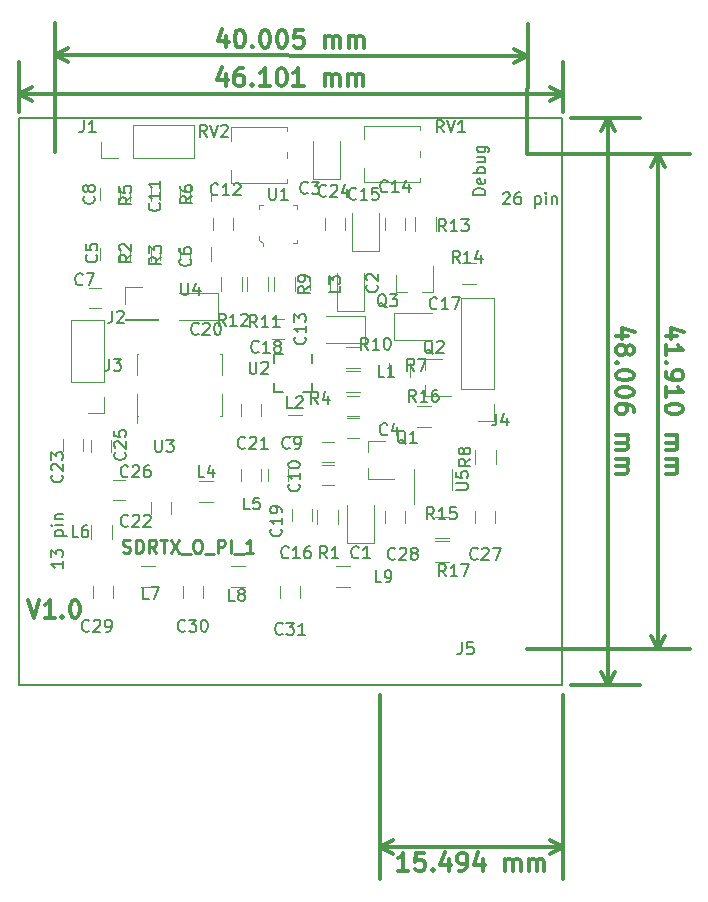
<source format=gto>
G04 #@! TF.FileFunction,Legend,Top*
%FSLAX46Y46*%
G04 Gerber Fmt 4.6, Leading zero omitted, Abs format (unit mm)*
G04 Created by KiCad (PCBNEW 4.0.7-e2-6376~61~ubuntu18.04.1) date Fri Jul  6 09:43:53 2018*
%MOMM*%
%LPD*%
G01*
G04 APERTURE LIST*
%ADD10C,0.100000*%
%ADD11C,0.300000*%
%ADD12C,0.275000*%
%ADD13C,0.120000*%
%ADD14C,0.150000*%
G04 APERTURE END LIST*
D10*
D11*
X166045055Y-50058865D02*
X166041881Y-51058860D01*
X165689728Y-49486306D02*
X165329185Y-50556595D01*
X166257753Y-50559543D01*
X167118065Y-49562269D02*
X167260921Y-49562723D01*
X167403551Y-49634605D01*
X167474753Y-49706260D01*
X167545728Y-49849343D01*
X167616248Y-50135283D01*
X167615115Y-50492424D01*
X167542780Y-50777910D01*
X167470898Y-50920539D01*
X167399242Y-50991741D01*
X167256159Y-51062715D01*
X167113303Y-51062262D01*
X166970674Y-50990381D01*
X166899472Y-50918725D01*
X166828498Y-50775642D01*
X166757976Y-50489703D01*
X166759110Y-50132562D01*
X166831445Y-49847076D01*
X166903327Y-49704446D01*
X166974982Y-49633244D01*
X167118065Y-49562269D01*
X168256608Y-50923034D02*
X168327809Y-50994689D01*
X168256154Y-51065890D01*
X168184952Y-50994235D01*
X168256608Y-50923034D01*
X168256154Y-51065890D01*
X169260911Y-49569072D02*
X169403767Y-49569525D01*
X169546397Y-49641408D01*
X169617599Y-49713063D01*
X169688574Y-49856146D01*
X169759095Y-50142085D01*
X169757961Y-50499227D01*
X169685626Y-50784712D01*
X169613744Y-50927342D01*
X169542089Y-50998544D01*
X169399006Y-51069518D01*
X169256149Y-51069064D01*
X169113520Y-50997183D01*
X169042318Y-50925528D01*
X168971344Y-50782445D01*
X168900822Y-50496505D01*
X168901956Y-50139364D01*
X168974292Y-49853878D01*
X169046173Y-49711249D01*
X169117828Y-49640047D01*
X169260911Y-49569072D01*
X170689475Y-49573607D02*
X170832331Y-49574061D01*
X170974961Y-49645943D01*
X171046163Y-49717598D01*
X171117138Y-49860681D01*
X171187658Y-50146620D01*
X171186525Y-50503762D01*
X171114190Y-50789247D01*
X171042308Y-50931877D01*
X170970652Y-51003079D01*
X170827569Y-51074053D01*
X170684713Y-51073600D01*
X170542084Y-51001718D01*
X170470882Y-50930063D01*
X170399908Y-50786980D01*
X170329386Y-50501041D01*
X170330520Y-50143899D01*
X170402855Y-49858414D01*
X170474737Y-49715784D01*
X170546392Y-49644582D01*
X170689475Y-49573607D01*
X172546609Y-49579503D02*
X171832326Y-49577235D01*
X171758630Y-50291291D01*
X171830285Y-50220090D01*
X171973368Y-50149115D01*
X172330510Y-50150249D01*
X172473139Y-50222131D01*
X172544341Y-50293785D01*
X172615315Y-50436868D01*
X172614181Y-50794009D01*
X172542300Y-50936639D01*
X172470645Y-51007841D01*
X172327562Y-51078815D01*
X171970421Y-51077681D01*
X171827791Y-51005800D01*
X171756589Y-50934145D01*
X174398979Y-51085391D02*
X174402154Y-50085396D01*
X174401700Y-50228253D02*
X174473355Y-50157051D01*
X174616439Y-50086076D01*
X174830723Y-50086756D01*
X174973352Y-50158639D01*
X175044327Y-50301722D01*
X175041833Y-51087432D01*
X175044327Y-50301722D02*
X175116210Y-50159092D01*
X175259293Y-50088117D01*
X175473577Y-50088797D01*
X175616207Y-50160679D01*
X175687181Y-50303762D01*
X175684687Y-51089472D01*
X176398969Y-51091740D02*
X176402144Y-50091745D01*
X176401690Y-50234602D02*
X176473345Y-50163400D01*
X176616429Y-50092425D01*
X176830713Y-50093106D01*
X176973342Y-50164988D01*
X177044317Y-50308071D01*
X177041823Y-51093781D01*
X177044317Y-50308071D02*
X177116200Y-50165441D01*
X177259283Y-50094466D01*
X177473567Y-50095146D01*
X177616197Y-50167029D01*
X177687171Y-50310112D01*
X177684677Y-51095822D01*
X151537221Y-51684246D02*
X191542221Y-51811246D01*
X151511000Y-59944000D02*
X151545792Y-48984260D01*
X191516000Y-60071000D02*
X191550792Y-49111260D01*
X191542221Y-51811246D02*
X190413861Y-52394088D01*
X191542221Y-51811246D02*
X190417585Y-51221252D01*
X151537221Y-51684246D02*
X152661857Y-52274240D01*
X151537221Y-51684246D02*
X152665581Y-51101404D01*
X204236429Y-75526001D02*
X203236429Y-75526001D01*
X204807857Y-75168858D02*
X203736429Y-74811715D01*
X203736429Y-75740287D01*
X203236429Y-77097429D02*
X203236429Y-76240286D01*
X203236429Y-76668858D02*
X204736429Y-76668858D01*
X204522143Y-76526001D01*
X204379286Y-76383143D01*
X204307857Y-76240286D01*
X203379286Y-77740286D02*
X203307857Y-77811714D01*
X203236429Y-77740286D01*
X203307857Y-77668857D01*
X203379286Y-77740286D01*
X203236429Y-77740286D01*
X203236429Y-78526000D02*
X203236429Y-78811715D01*
X203307857Y-78954572D01*
X203379286Y-79026000D01*
X203593571Y-79168858D01*
X203879286Y-79240286D01*
X204450714Y-79240286D01*
X204593571Y-79168858D01*
X204665000Y-79097429D01*
X204736429Y-78954572D01*
X204736429Y-78668858D01*
X204665000Y-78526000D01*
X204593571Y-78454572D01*
X204450714Y-78383143D01*
X204093571Y-78383143D01*
X203950714Y-78454572D01*
X203879286Y-78526000D01*
X203807857Y-78668858D01*
X203807857Y-78954572D01*
X203879286Y-79097429D01*
X203950714Y-79168858D01*
X204093571Y-79240286D01*
X203236429Y-80668857D02*
X203236429Y-79811714D01*
X203236429Y-80240286D02*
X204736429Y-80240286D01*
X204522143Y-80097429D01*
X204379286Y-79954571D01*
X204307857Y-79811714D01*
X204736429Y-81597428D02*
X204736429Y-81740285D01*
X204665000Y-81883142D01*
X204593571Y-81954571D01*
X204450714Y-82026000D01*
X204165000Y-82097428D01*
X203807857Y-82097428D01*
X203522143Y-82026000D01*
X203379286Y-81954571D01*
X203307857Y-81883142D01*
X203236429Y-81740285D01*
X203236429Y-81597428D01*
X203307857Y-81454571D01*
X203379286Y-81383142D01*
X203522143Y-81311714D01*
X203807857Y-81240285D01*
X204165000Y-81240285D01*
X204450714Y-81311714D01*
X204593571Y-81383142D01*
X204665000Y-81454571D01*
X204736429Y-81597428D01*
X203236429Y-83883142D02*
X204236429Y-83883142D01*
X204093571Y-83883142D02*
X204165000Y-83954570D01*
X204236429Y-84097428D01*
X204236429Y-84311713D01*
X204165000Y-84454570D01*
X204022143Y-84525999D01*
X203236429Y-84525999D01*
X204022143Y-84525999D02*
X204165000Y-84597428D01*
X204236429Y-84740285D01*
X204236429Y-84954570D01*
X204165000Y-85097428D01*
X204022143Y-85168856D01*
X203236429Y-85168856D01*
X203236429Y-85883142D02*
X204236429Y-85883142D01*
X204093571Y-85883142D02*
X204165000Y-85954570D01*
X204236429Y-86097428D01*
X204236429Y-86311713D01*
X204165000Y-86454570D01*
X204022143Y-86525999D01*
X203236429Y-86525999D01*
X204022143Y-86525999D02*
X204165000Y-86597428D01*
X204236429Y-86740285D01*
X204236429Y-86954570D01*
X204165000Y-87097428D01*
X204022143Y-87168856D01*
X203236429Y-87168856D01*
X202565000Y-60071000D02*
X202565000Y-101981000D01*
X191516000Y-60071000D02*
X205265000Y-60071000D01*
X191516000Y-101981000D02*
X205265000Y-101981000D01*
X202565000Y-101981000D02*
X201978579Y-100854496D01*
X202565000Y-101981000D02*
X203151421Y-100854496D01*
X202565000Y-60071000D02*
X201978579Y-61197504D01*
X202565000Y-60071000D02*
X203151421Y-61197504D01*
X181459858Y-120773571D02*
X180602715Y-120773571D01*
X181031287Y-120773571D02*
X181031287Y-119273571D01*
X180888430Y-119487857D01*
X180745572Y-119630714D01*
X180602715Y-119702143D01*
X182817001Y-119273571D02*
X182102715Y-119273571D01*
X182031286Y-119987857D01*
X182102715Y-119916429D01*
X182245572Y-119845000D01*
X182602715Y-119845000D01*
X182745572Y-119916429D01*
X182817001Y-119987857D01*
X182888429Y-120130714D01*
X182888429Y-120487857D01*
X182817001Y-120630714D01*
X182745572Y-120702143D01*
X182602715Y-120773571D01*
X182245572Y-120773571D01*
X182102715Y-120702143D01*
X182031286Y-120630714D01*
X183531286Y-120630714D02*
X183602714Y-120702143D01*
X183531286Y-120773571D01*
X183459857Y-120702143D01*
X183531286Y-120630714D01*
X183531286Y-120773571D01*
X184888429Y-119773571D02*
X184888429Y-120773571D01*
X184531286Y-119202143D02*
X184174143Y-120273571D01*
X185102715Y-120273571D01*
X185745571Y-120773571D02*
X186031286Y-120773571D01*
X186174143Y-120702143D01*
X186245571Y-120630714D01*
X186388429Y-120416429D01*
X186459857Y-120130714D01*
X186459857Y-119559286D01*
X186388429Y-119416429D01*
X186317000Y-119345000D01*
X186174143Y-119273571D01*
X185888429Y-119273571D01*
X185745571Y-119345000D01*
X185674143Y-119416429D01*
X185602714Y-119559286D01*
X185602714Y-119916429D01*
X185674143Y-120059286D01*
X185745571Y-120130714D01*
X185888429Y-120202143D01*
X186174143Y-120202143D01*
X186317000Y-120130714D01*
X186388429Y-120059286D01*
X186459857Y-119916429D01*
X187745571Y-119773571D02*
X187745571Y-120773571D01*
X187388428Y-119202143D02*
X187031285Y-120273571D01*
X187959857Y-120273571D01*
X189674142Y-120773571D02*
X189674142Y-119773571D01*
X189674142Y-119916429D02*
X189745570Y-119845000D01*
X189888428Y-119773571D01*
X190102713Y-119773571D01*
X190245570Y-119845000D01*
X190316999Y-119987857D01*
X190316999Y-120773571D01*
X190316999Y-119987857D02*
X190388428Y-119845000D01*
X190531285Y-119773571D01*
X190745570Y-119773571D01*
X190888428Y-119845000D01*
X190959856Y-119987857D01*
X190959856Y-120773571D01*
X191674142Y-120773571D02*
X191674142Y-119773571D01*
X191674142Y-119916429D02*
X191745570Y-119845000D01*
X191888428Y-119773571D01*
X192102713Y-119773571D01*
X192245570Y-119845000D01*
X192316999Y-119987857D01*
X192316999Y-120773571D01*
X192316999Y-119987857D02*
X192388428Y-119845000D01*
X192531285Y-119773571D01*
X192745570Y-119773571D01*
X192888428Y-119845000D01*
X192959856Y-119987857D01*
X192959856Y-120773571D01*
X194564000Y-118745000D02*
X179070000Y-118745000D01*
X194564000Y-105918000D02*
X194564000Y-121445000D01*
X179070000Y-105918000D02*
X179070000Y-121445000D01*
X179070000Y-118745000D02*
X180196504Y-118158579D01*
X179070000Y-118745000D02*
X180196504Y-119331421D01*
X194564000Y-118745000D02*
X193437496Y-118158579D01*
X194564000Y-118745000D02*
X193437496Y-119331421D01*
X200045429Y-75526001D02*
X199045429Y-75526001D01*
X200616857Y-75168858D02*
X199545429Y-74811715D01*
X199545429Y-75740287D01*
X199902571Y-76526001D02*
X199974000Y-76383143D01*
X200045429Y-76311715D01*
X200188286Y-76240286D01*
X200259714Y-76240286D01*
X200402571Y-76311715D01*
X200474000Y-76383143D01*
X200545429Y-76526001D01*
X200545429Y-76811715D01*
X200474000Y-76954572D01*
X200402571Y-77026001D01*
X200259714Y-77097429D01*
X200188286Y-77097429D01*
X200045429Y-77026001D01*
X199974000Y-76954572D01*
X199902571Y-76811715D01*
X199902571Y-76526001D01*
X199831143Y-76383143D01*
X199759714Y-76311715D01*
X199616857Y-76240286D01*
X199331143Y-76240286D01*
X199188286Y-76311715D01*
X199116857Y-76383143D01*
X199045429Y-76526001D01*
X199045429Y-76811715D01*
X199116857Y-76954572D01*
X199188286Y-77026001D01*
X199331143Y-77097429D01*
X199616857Y-77097429D01*
X199759714Y-77026001D01*
X199831143Y-76954572D01*
X199902571Y-76811715D01*
X199188286Y-77740286D02*
X199116857Y-77811714D01*
X199045429Y-77740286D01*
X199116857Y-77668857D01*
X199188286Y-77740286D01*
X199045429Y-77740286D01*
X200545429Y-78740286D02*
X200545429Y-78883143D01*
X200474000Y-79026000D01*
X200402571Y-79097429D01*
X200259714Y-79168858D01*
X199974000Y-79240286D01*
X199616857Y-79240286D01*
X199331143Y-79168858D01*
X199188286Y-79097429D01*
X199116857Y-79026000D01*
X199045429Y-78883143D01*
X199045429Y-78740286D01*
X199116857Y-78597429D01*
X199188286Y-78526000D01*
X199331143Y-78454572D01*
X199616857Y-78383143D01*
X199974000Y-78383143D01*
X200259714Y-78454572D01*
X200402571Y-78526000D01*
X200474000Y-78597429D01*
X200545429Y-78740286D01*
X200545429Y-80168857D02*
X200545429Y-80311714D01*
X200474000Y-80454571D01*
X200402571Y-80526000D01*
X200259714Y-80597429D01*
X199974000Y-80668857D01*
X199616857Y-80668857D01*
X199331143Y-80597429D01*
X199188286Y-80526000D01*
X199116857Y-80454571D01*
X199045429Y-80311714D01*
X199045429Y-80168857D01*
X199116857Y-80026000D01*
X199188286Y-79954571D01*
X199331143Y-79883143D01*
X199616857Y-79811714D01*
X199974000Y-79811714D01*
X200259714Y-79883143D01*
X200402571Y-79954571D01*
X200474000Y-80026000D01*
X200545429Y-80168857D01*
X200545429Y-81954571D02*
X200545429Y-81668857D01*
X200474000Y-81526000D01*
X200402571Y-81454571D01*
X200188286Y-81311714D01*
X199902571Y-81240285D01*
X199331143Y-81240285D01*
X199188286Y-81311714D01*
X199116857Y-81383142D01*
X199045429Y-81526000D01*
X199045429Y-81811714D01*
X199116857Y-81954571D01*
X199188286Y-82026000D01*
X199331143Y-82097428D01*
X199688286Y-82097428D01*
X199831143Y-82026000D01*
X199902571Y-81954571D01*
X199974000Y-81811714D01*
X199974000Y-81526000D01*
X199902571Y-81383142D01*
X199831143Y-81311714D01*
X199688286Y-81240285D01*
X199045429Y-83883142D02*
X200045429Y-83883142D01*
X199902571Y-83883142D02*
X199974000Y-83954570D01*
X200045429Y-84097428D01*
X200045429Y-84311713D01*
X199974000Y-84454570D01*
X199831143Y-84525999D01*
X199045429Y-84525999D01*
X199831143Y-84525999D02*
X199974000Y-84597428D01*
X200045429Y-84740285D01*
X200045429Y-84954570D01*
X199974000Y-85097428D01*
X199831143Y-85168856D01*
X199045429Y-85168856D01*
X199045429Y-85883142D02*
X200045429Y-85883142D01*
X199902571Y-85883142D02*
X199974000Y-85954570D01*
X200045429Y-86097428D01*
X200045429Y-86311713D01*
X199974000Y-86454570D01*
X199831143Y-86525999D01*
X199045429Y-86525999D01*
X199831143Y-86525999D02*
X199974000Y-86597428D01*
X200045429Y-86740285D01*
X200045429Y-86954570D01*
X199974000Y-87097428D01*
X199831143Y-87168856D01*
X199045429Y-87168856D01*
X198374000Y-57023000D02*
X198374000Y-105029000D01*
X195199000Y-57023000D02*
X201074000Y-57023000D01*
X195199000Y-105029000D02*
X201074000Y-105029000D01*
X198374000Y-105029000D02*
X197787579Y-103902496D01*
X198374000Y-105029000D02*
X198960421Y-103902496D01*
X198374000Y-57023000D02*
X197787579Y-58149504D01*
X198374000Y-57023000D02*
X198960421Y-58149504D01*
X166013501Y-53319571D02*
X166013501Y-54319571D01*
X165656358Y-52748143D02*
X165299215Y-53819571D01*
X166227787Y-53819571D01*
X167442072Y-52819571D02*
X167156358Y-52819571D01*
X167013501Y-52891000D01*
X166942072Y-52962429D01*
X166799215Y-53176714D01*
X166727786Y-53462429D01*
X166727786Y-54033857D01*
X166799215Y-54176714D01*
X166870643Y-54248143D01*
X167013501Y-54319571D01*
X167299215Y-54319571D01*
X167442072Y-54248143D01*
X167513501Y-54176714D01*
X167584929Y-54033857D01*
X167584929Y-53676714D01*
X167513501Y-53533857D01*
X167442072Y-53462429D01*
X167299215Y-53391000D01*
X167013501Y-53391000D01*
X166870643Y-53462429D01*
X166799215Y-53533857D01*
X166727786Y-53676714D01*
X168227786Y-54176714D02*
X168299214Y-54248143D01*
X168227786Y-54319571D01*
X168156357Y-54248143D01*
X168227786Y-54176714D01*
X168227786Y-54319571D01*
X169727786Y-54319571D02*
X168870643Y-54319571D01*
X169299215Y-54319571D02*
X169299215Y-52819571D01*
X169156358Y-53033857D01*
X169013500Y-53176714D01*
X168870643Y-53248143D01*
X170656357Y-52819571D02*
X170799214Y-52819571D01*
X170942071Y-52891000D01*
X171013500Y-52962429D01*
X171084929Y-53105286D01*
X171156357Y-53391000D01*
X171156357Y-53748143D01*
X171084929Y-54033857D01*
X171013500Y-54176714D01*
X170942071Y-54248143D01*
X170799214Y-54319571D01*
X170656357Y-54319571D01*
X170513500Y-54248143D01*
X170442071Y-54176714D01*
X170370643Y-54033857D01*
X170299214Y-53748143D01*
X170299214Y-53391000D01*
X170370643Y-53105286D01*
X170442071Y-52962429D01*
X170513500Y-52891000D01*
X170656357Y-52819571D01*
X172584928Y-54319571D02*
X171727785Y-54319571D01*
X172156357Y-54319571D02*
X172156357Y-52819571D01*
X172013500Y-53033857D01*
X171870642Y-53176714D01*
X171727785Y-53248143D01*
X174370642Y-54319571D02*
X174370642Y-53319571D01*
X174370642Y-53462429D02*
X174442070Y-53391000D01*
X174584928Y-53319571D01*
X174799213Y-53319571D01*
X174942070Y-53391000D01*
X175013499Y-53533857D01*
X175013499Y-54319571D01*
X175013499Y-53533857D02*
X175084928Y-53391000D01*
X175227785Y-53319571D01*
X175442070Y-53319571D01*
X175584928Y-53391000D01*
X175656356Y-53533857D01*
X175656356Y-54319571D01*
X176370642Y-54319571D02*
X176370642Y-53319571D01*
X176370642Y-53462429D02*
X176442070Y-53391000D01*
X176584928Y-53319571D01*
X176799213Y-53319571D01*
X176942070Y-53391000D01*
X177013499Y-53533857D01*
X177013499Y-54319571D01*
X177013499Y-53533857D02*
X177084928Y-53391000D01*
X177227785Y-53319571D01*
X177442070Y-53319571D01*
X177584928Y-53391000D01*
X177656356Y-53533857D01*
X177656356Y-54319571D01*
X148463000Y-54991000D02*
X194564000Y-54991000D01*
X148463000Y-56515000D02*
X148463000Y-52291000D01*
X194564000Y-56515000D02*
X194564000Y-52291000D01*
X194564000Y-54991000D02*
X193437496Y-55577421D01*
X194564000Y-54991000D02*
X193437496Y-54404579D01*
X148463000Y-54991000D02*
X149589504Y-55577421D01*
X148463000Y-54991000D02*
X149589504Y-54404579D01*
D12*
X157287810Y-93790238D02*
X157444953Y-93842619D01*
X157706857Y-93842619D01*
X157811619Y-93790238D01*
X157864000Y-93737857D01*
X157916381Y-93633095D01*
X157916381Y-93528333D01*
X157864000Y-93423571D01*
X157811619Y-93371190D01*
X157706857Y-93318810D01*
X157497334Y-93266429D01*
X157392572Y-93214048D01*
X157340191Y-93161667D01*
X157287810Y-93056905D01*
X157287810Y-92952143D01*
X157340191Y-92847381D01*
X157392572Y-92795000D01*
X157497334Y-92742619D01*
X157759238Y-92742619D01*
X157916381Y-92795000D01*
X158387810Y-93842619D02*
X158387810Y-92742619D01*
X158649715Y-92742619D01*
X158806857Y-92795000D01*
X158911619Y-92899762D01*
X158964000Y-93004524D01*
X159016381Y-93214048D01*
X159016381Y-93371190D01*
X158964000Y-93580714D01*
X158911619Y-93685476D01*
X158806857Y-93790238D01*
X158649715Y-93842619D01*
X158387810Y-93842619D01*
X160116381Y-93842619D02*
X159749715Y-93318810D01*
X159487810Y-93842619D02*
X159487810Y-92742619D01*
X159906857Y-92742619D01*
X160011619Y-92795000D01*
X160064000Y-92847381D01*
X160116381Y-92952143D01*
X160116381Y-93109286D01*
X160064000Y-93214048D01*
X160011619Y-93266429D01*
X159906857Y-93318810D01*
X159487810Y-93318810D01*
X160430667Y-92742619D02*
X161059238Y-92742619D01*
X160744953Y-93842619D02*
X160744953Y-92742619D01*
X161321143Y-92742619D02*
X162054476Y-93842619D01*
X162054476Y-92742619D02*
X161321143Y-93842619D01*
X162211619Y-93947381D02*
X163049714Y-93947381D01*
X163521143Y-92742619D02*
X163730666Y-92742619D01*
X163835428Y-92795000D01*
X163940190Y-92899762D01*
X163992571Y-93109286D01*
X163992571Y-93475952D01*
X163940190Y-93685476D01*
X163835428Y-93790238D01*
X163730666Y-93842619D01*
X163521143Y-93842619D01*
X163416381Y-93790238D01*
X163311619Y-93685476D01*
X163259238Y-93475952D01*
X163259238Y-93109286D01*
X163311619Y-92899762D01*
X163416381Y-92795000D01*
X163521143Y-92742619D01*
X164202095Y-93947381D02*
X165040190Y-93947381D01*
X165302095Y-93842619D02*
X165302095Y-92742619D01*
X165721142Y-92742619D01*
X165825904Y-92795000D01*
X165878285Y-92847381D01*
X165930666Y-92952143D01*
X165930666Y-93109286D01*
X165878285Y-93214048D01*
X165825904Y-93266429D01*
X165721142Y-93318810D01*
X165302095Y-93318810D01*
X166402095Y-93842619D02*
X166402095Y-92742619D01*
X166664000Y-93947381D02*
X167502095Y-93947381D01*
X168340190Y-93842619D02*
X167711619Y-93842619D01*
X168025905Y-93842619D02*
X168025905Y-92742619D01*
X167921143Y-92899762D01*
X167816381Y-93004524D01*
X167711619Y-93056905D01*
D11*
X149225286Y-97857571D02*
X149725286Y-99357571D01*
X150225286Y-97857571D01*
X151511000Y-99357571D02*
X150653857Y-99357571D01*
X151082429Y-99357571D02*
X151082429Y-97857571D01*
X150939572Y-98071857D01*
X150796714Y-98214714D01*
X150653857Y-98286143D01*
X152153857Y-99214714D02*
X152225285Y-99286143D01*
X152153857Y-99357571D01*
X152082428Y-99286143D01*
X152153857Y-99214714D01*
X152153857Y-99357571D01*
X153153857Y-97857571D02*
X153296714Y-97857571D01*
X153439571Y-97929000D01*
X153511000Y-98000429D01*
X153582429Y-98143286D01*
X153653857Y-98429000D01*
X153653857Y-98786143D01*
X153582429Y-99071857D01*
X153511000Y-99214714D01*
X153439571Y-99286143D01*
X153296714Y-99357571D01*
X153153857Y-99357571D01*
X153011000Y-99286143D01*
X152939571Y-99214714D01*
X152868143Y-99071857D01*
X152796714Y-98786143D01*
X152796714Y-98429000D01*
X152868143Y-98143286D01*
X152939571Y-98000429D01*
X153011000Y-97929000D01*
X153153857Y-97857571D01*
D13*
X176269000Y-93055000D02*
X176269000Y-89805000D01*
X178569000Y-93055000D02*
X178569000Y-89805000D01*
X176269000Y-93055000D02*
X178569000Y-93055000D01*
X175380000Y-73370000D02*
X175380000Y-70120000D01*
X177680000Y-73370000D02*
X177680000Y-70120000D01*
X175380000Y-73370000D02*
X177680000Y-73370000D01*
X173348000Y-62194000D02*
X173348000Y-58944000D01*
X175648000Y-62194000D02*
X175648000Y-58944000D01*
X173348000Y-62194000D02*
X175648000Y-62194000D01*
X176284000Y-84162000D02*
X177284000Y-84162000D01*
X177284000Y-82462000D02*
X176284000Y-82462000D01*
X157060000Y-69080000D02*
X157060000Y-68080000D01*
X155360000Y-68080000D02*
X155360000Y-69080000D01*
X162140000Y-69080000D02*
X162140000Y-68080000D01*
X160440000Y-68080000D02*
X160440000Y-69080000D01*
X154440000Y-73113000D02*
X155440000Y-73113000D01*
X155440000Y-71413000D02*
X154440000Y-71413000D01*
X155360000Y-63000000D02*
X155360000Y-64000000D01*
X157060000Y-64000000D02*
X157060000Y-63000000D01*
X174125000Y-86194000D02*
X175125000Y-86194000D01*
X175125000Y-84494000D02*
X174125000Y-84494000D01*
X175125000Y-86399000D02*
X174125000Y-86399000D01*
X174125000Y-88099000D02*
X175125000Y-88099000D01*
X160440000Y-63000000D02*
X160440000Y-64000000D01*
X162140000Y-64000000D02*
X162140000Y-63000000D01*
X166585000Y-66540000D02*
X166585000Y-65540000D01*
X164885000Y-65540000D02*
X164885000Y-66540000D01*
X177764000Y-76080000D02*
X174514000Y-76080000D01*
X177764000Y-73780000D02*
X174514000Y-73780000D01*
X177764000Y-76080000D02*
X177764000Y-73780000D01*
X181190000Y-66540000D02*
X181190000Y-65540000D01*
X179490000Y-65540000D02*
X179490000Y-66540000D01*
X176650000Y-68290000D02*
X176650000Y-65040000D01*
X178950000Y-68290000D02*
X178950000Y-65040000D01*
X176650000Y-68290000D02*
X178950000Y-68290000D01*
X173316000Y-91178000D02*
X173316000Y-90178000D01*
X171616000Y-90178000D02*
X171616000Y-91178000D01*
X180249000Y-73526000D02*
X183499000Y-73526000D01*
X180249000Y-75826000D02*
X183499000Y-75826000D01*
X180249000Y-73526000D02*
X180249000Y-75826000D01*
X170934000Y-74080000D02*
X169934000Y-74080000D01*
X169934000Y-75780000D02*
X170934000Y-75780000D01*
X169584000Y-86749000D02*
X169584000Y-87749000D01*
X171284000Y-87749000D02*
X171284000Y-86749000D01*
X165318000Y-74175000D02*
X162068000Y-74175000D01*
X165318000Y-71875000D02*
X162068000Y-71875000D01*
X165318000Y-74175000D02*
X165318000Y-71875000D01*
X167298000Y-81288000D02*
X167298000Y-82288000D01*
X168998000Y-82288000D02*
X168998000Y-81288000D01*
X159678000Y-89543000D02*
X159678000Y-90543000D01*
X161378000Y-90543000D02*
X161378000Y-89543000D01*
X153885000Y-85209000D02*
X153885000Y-84209000D01*
X152185000Y-84209000D02*
X152185000Y-85209000D01*
X176110000Y-66540000D02*
X176110000Y-65540000D01*
X174410000Y-65540000D02*
X174410000Y-66540000D01*
X156298000Y-85336000D02*
X156298000Y-84336000D01*
X154598000Y-84336000D02*
X154598000Y-85336000D01*
X157472000Y-87669000D02*
X156472000Y-87669000D01*
X156472000Y-89369000D02*
X157472000Y-89369000D01*
X188810000Y-91305000D02*
X188810000Y-90305000D01*
X187110000Y-90305000D02*
X187110000Y-91305000D01*
X179490000Y-90305000D02*
X179490000Y-91305000D01*
X181190000Y-91305000D02*
X181190000Y-90305000D01*
X154725000Y-96655000D02*
X154725000Y-97655000D01*
X156425000Y-97655000D02*
X156425000Y-96655000D01*
X162345000Y-96655000D02*
X162345000Y-97655000D01*
X164045000Y-97655000D02*
X164045000Y-96655000D01*
X170600000Y-96655000D02*
X170600000Y-97655000D01*
X172300000Y-97655000D02*
X172300000Y-96655000D01*
X158115000Y-60445000D02*
X163315000Y-60445000D01*
X163315000Y-60445000D02*
X163315000Y-57665000D01*
X163315000Y-57665000D02*
X158115000Y-57665000D01*
X158115000Y-57665000D02*
X158115000Y-60445000D01*
X156845000Y-60445000D02*
X155455000Y-60445000D01*
X155455000Y-60445000D02*
X155455000Y-59055000D01*
X157487000Y-74041000D02*
X157487000Y-74161000D01*
X157487000Y-74161000D02*
X160267000Y-74161000D01*
X160267000Y-74161000D02*
X160267000Y-74041000D01*
X160267000Y-74041000D02*
X157487000Y-74041000D01*
X157487000Y-72771000D02*
X157487000Y-71381000D01*
X157487000Y-71381000D02*
X158877000Y-71381000D01*
X155695000Y-79375000D02*
X155695000Y-74175000D01*
X155695000Y-74175000D02*
X152915000Y-74175000D01*
X152915000Y-74175000D02*
X152915000Y-79375000D01*
X152915000Y-79375000D02*
X155695000Y-79375000D01*
X155695000Y-80645000D02*
X155695000Y-82035000D01*
X155695000Y-82035000D02*
X154305000Y-82035000D01*
X188715000Y-80010000D02*
X188715000Y-72270000D01*
X188715000Y-72270000D02*
X185935000Y-72270000D01*
X185935000Y-72270000D02*
X185935000Y-80010000D01*
X185935000Y-80010000D02*
X188715000Y-80010000D01*
X188715000Y-81280000D02*
X188715000Y-82670000D01*
X188715000Y-82670000D02*
X187325000Y-82670000D01*
X176284000Y-82257000D02*
X177284000Y-82257000D01*
X177284000Y-80557000D02*
X176284000Y-80557000D01*
X171231000Y-82178000D02*
X172431000Y-82178000D01*
X172431000Y-83938000D02*
X171231000Y-83938000D01*
X173140000Y-70620000D02*
X173140000Y-71620000D01*
X174840000Y-71620000D02*
X174840000Y-70620000D01*
X163738000Y-87766000D02*
X164938000Y-87766000D01*
X164938000Y-89526000D02*
X163738000Y-89526000D01*
X167298000Y-86749000D02*
X167298000Y-87749000D01*
X168998000Y-87749000D02*
X168998000Y-86749000D01*
X156328000Y-91475000D02*
X156328000Y-92675000D01*
X154568000Y-92675000D02*
X154568000Y-91475000D01*
X158785000Y-95005000D02*
X159985000Y-95005000D01*
X159985000Y-96765000D02*
X158785000Y-96765000D01*
X166405000Y-95005000D02*
X167605000Y-95005000D01*
X167605000Y-96765000D02*
X166405000Y-96765000D01*
X175295000Y-95005000D02*
X176495000Y-95005000D01*
X176495000Y-96765000D02*
X175295000Y-96765000D01*
X178056000Y-84399000D02*
X178056000Y-85329000D01*
X178056000Y-87559000D02*
X178056000Y-86629000D01*
X178056000Y-87559000D02*
X180216000Y-87559000D01*
X178056000Y-84399000D02*
X179516000Y-84399000D01*
X182882000Y-77414000D02*
X182882000Y-78344000D01*
X182882000Y-80574000D02*
X182882000Y-79644000D01*
X182882000Y-80574000D02*
X185042000Y-80574000D01*
X182882000Y-77414000D02*
X184342000Y-77414000D01*
X180411000Y-71753000D02*
X181341000Y-71753000D01*
X183571000Y-71753000D02*
X182641000Y-71753000D01*
X183571000Y-71753000D02*
X183571000Y-69593000D01*
X180411000Y-71753000D02*
X180411000Y-70293000D01*
X173745000Y-91405000D02*
X173745000Y-90205000D01*
X175505000Y-90205000D02*
X175505000Y-91405000D01*
X157870000Y-69180000D02*
X157870000Y-67980000D01*
X159630000Y-67980000D02*
X159630000Y-69180000D01*
X164710000Y-67980000D02*
X164710000Y-69180000D01*
X162950000Y-69180000D02*
X162950000Y-67980000D01*
X177384000Y-80255000D02*
X176184000Y-80255000D01*
X176184000Y-78495000D02*
X177384000Y-78495000D01*
X159630000Y-62900000D02*
X159630000Y-64100000D01*
X157870000Y-64100000D02*
X157870000Y-62900000D01*
X162950000Y-64100000D02*
X162950000Y-62900000D01*
X164710000Y-62900000D02*
X164710000Y-64100000D01*
X181601000Y-77759000D02*
X181601000Y-78959000D01*
X179841000Y-78959000D02*
X179841000Y-77759000D01*
X188840000Y-85125000D02*
X188840000Y-86325000D01*
X187080000Y-86325000D02*
X187080000Y-85125000D01*
X170062000Y-71720000D02*
X170062000Y-70520000D01*
X171822000Y-70520000D02*
X171822000Y-71720000D01*
X177384000Y-78223000D02*
X176184000Y-78223000D01*
X176184000Y-76463000D02*
X177384000Y-76463000D01*
X167776000Y-71720000D02*
X167776000Y-70520000D01*
X169536000Y-70520000D02*
X169536000Y-71720000D01*
X165617000Y-71720000D02*
X165617000Y-70520000D01*
X167377000Y-70520000D02*
X167377000Y-71720000D01*
X182000000Y-66640000D02*
X182000000Y-65440000D01*
X183760000Y-65440000D02*
X183760000Y-66640000D01*
X185963000Y-69351000D02*
X187163000Y-69351000D01*
X187163000Y-71111000D02*
X185963000Y-71111000D01*
X184877000Y-92574000D02*
X183677000Y-92574000D01*
X183677000Y-90814000D02*
X184877000Y-90814000D01*
X183353000Y-83176000D02*
X182153000Y-83176000D01*
X182153000Y-81416000D02*
X183353000Y-81416000D01*
X182456000Y-62111000D02*
X182456000Y-62441000D01*
X182456000Y-57701000D02*
X182456000Y-58032000D01*
X182456000Y-59812000D02*
X182456000Y-60331000D01*
X177716000Y-57701000D02*
X177716000Y-58831000D01*
X177716000Y-61311000D02*
X177716000Y-62441000D01*
X182456000Y-57701000D02*
X177716000Y-57701000D01*
X182456000Y-62441000D02*
X177716000Y-62441000D01*
X171153000Y-62238000D02*
X171153000Y-62568000D01*
X171153000Y-57828000D02*
X171153000Y-58159000D01*
X171153000Y-59939000D02*
X171153000Y-60458000D01*
X166413000Y-57828000D02*
X166413000Y-58958000D01*
X166413000Y-61438000D02*
X166413000Y-62568000D01*
X171153000Y-57828000D02*
X166413000Y-57828000D01*
X171153000Y-62568000D02*
X166413000Y-62568000D01*
D10*
X169134000Y-67640000D02*
X169134000Y-67840000D01*
X168834000Y-67040000D02*
X168834000Y-67340000D01*
X168834000Y-67340000D02*
X169134000Y-67640000D01*
X168834000Y-64440000D02*
X169134000Y-64440000D01*
X168834000Y-64440000D02*
X168834000Y-64740000D01*
X172034000Y-67640000D02*
X171734000Y-67640000D01*
X172034000Y-67640000D02*
X172034000Y-67340000D01*
X172034000Y-64440000D02*
X172034000Y-64740000D01*
X172034000Y-64440000D02*
X171734000Y-64440000D01*
D14*
X173329000Y-80238000D02*
X172554000Y-80238000D01*
X170079000Y-76988000D02*
X170854000Y-76988000D01*
X170079000Y-80238000D02*
X170854000Y-80238000D01*
X173329000Y-76988000D02*
X173329000Y-77763000D01*
X170079000Y-76988000D02*
X170079000Y-77763000D01*
X170079000Y-80238000D02*
X170079000Y-79463000D01*
X173329000Y-80238000D02*
X173329000Y-79463000D01*
D13*
X158452000Y-82229000D02*
X158552000Y-82229000D01*
X165652000Y-82129000D02*
X165652000Y-82229000D01*
X165652000Y-82229000D02*
X165552000Y-82229000D01*
X165652000Y-77129000D02*
X165652000Y-77029000D01*
X165652000Y-77029000D02*
X165552000Y-77029000D01*
X158452000Y-77129000D02*
X158452000Y-77029000D01*
X158452000Y-77029000D02*
X158552000Y-77029000D01*
X158452000Y-77129000D02*
X158452000Y-78829000D01*
X165652000Y-78829000D02*
X165652000Y-77129000D01*
X165652000Y-82129000D02*
X165652000Y-80429000D01*
X158452000Y-80429000D02*
X158452000Y-82829000D01*
D14*
X148501100Y-57003600D02*
X194501100Y-57003600D01*
X194501100Y-57003600D02*
X194501100Y-105003600D01*
X194501100Y-105003600D02*
X148501100Y-105003600D01*
X148501100Y-105003600D02*
X148501100Y-57003600D01*
D13*
X185125000Y-88530000D02*
X185125000Y-86730000D01*
X181905000Y-86730000D02*
X181905000Y-89680000D01*
X184877000Y-94606000D02*
X183677000Y-94606000D01*
X183677000Y-92846000D02*
X184877000Y-92846000D01*
D14*
X177252334Y-94210143D02*
X177204715Y-94257762D01*
X177061858Y-94305381D01*
X176966620Y-94305381D01*
X176823762Y-94257762D01*
X176728524Y-94162524D01*
X176680905Y-94067286D01*
X176633286Y-93876810D01*
X176633286Y-93733952D01*
X176680905Y-93543476D01*
X176728524Y-93448238D01*
X176823762Y-93353000D01*
X176966620Y-93305381D01*
X177061858Y-93305381D01*
X177204715Y-93353000D01*
X177252334Y-93400619D01*
X178204715Y-94305381D02*
X177633286Y-94305381D01*
X177919000Y-94305381D02*
X177919000Y-93305381D01*
X177823762Y-93448238D01*
X177728524Y-93543476D01*
X177633286Y-93591095D01*
X178792143Y-71159666D02*
X178839762Y-71207285D01*
X178887381Y-71350142D01*
X178887381Y-71445380D01*
X178839762Y-71588238D01*
X178744524Y-71683476D01*
X178649286Y-71731095D01*
X178458810Y-71778714D01*
X178315952Y-71778714D01*
X178125476Y-71731095D01*
X178030238Y-71683476D01*
X177935000Y-71588238D01*
X177887381Y-71445380D01*
X177887381Y-71350142D01*
X177935000Y-71207285D01*
X177982619Y-71159666D01*
X177982619Y-70778714D02*
X177935000Y-70731095D01*
X177887381Y-70635857D01*
X177887381Y-70397761D01*
X177935000Y-70302523D01*
X177982619Y-70254904D01*
X178077857Y-70207285D01*
X178173095Y-70207285D01*
X178315952Y-70254904D01*
X178887381Y-70826333D01*
X178887381Y-70207285D01*
X172934334Y-63349143D02*
X172886715Y-63396762D01*
X172743858Y-63444381D01*
X172648620Y-63444381D01*
X172505762Y-63396762D01*
X172410524Y-63301524D01*
X172362905Y-63206286D01*
X172315286Y-63015810D01*
X172315286Y-62872952D01*
X172362905Y-62682476D01*
X172410524Y-62587238D01*
X172505762Y-62492000D01*
X172648620Y-62444381D01*
X172743858Y-62444381D01*
X172886715Y-62492000D01*
X172934334Y-62539619D01*
X173267667Y-62444381D02*
X173886715Y-62444381D01*
X173553381Y-62825333D01*
X173696239Y-62825333D01*
X173791477Y-62872952D01*
X173839096Y-62920571D01*
X173886715Y-63015810D01*
X173886715Y-63253905D01*
X173839096Y-63349143D01*
X173791477Y-63396762D01*
X173696239Y-63444381D01*
X173410524Y-63444381D01*
X173315286Y-63396762D01*
X173267667Y-63349143D01*
X179665334Y-83796143D02*
X179617715Y-83843762D01*
X179474858Y-83891381D01*
X179379620Y-83891381D01*
X179236762Y-83843762D01*
X179141524Y-83748524D01*
X179093905Y-83653286D01*
X179046286Y-83462810D01*
X179046286Y-83319952D01*
X179093905Y-83129476D01*
X179141524Y-83034238D01*
X179236762Y-82939000D01*
X179379620Y-82891381D01*
X179474858Y-82891381D01*
X179617715Y-82939000D01*
X179665334Y-82986619D01*
X180522477Y-83224714D02*
X180522477Y-83891381D01*
X180284381Y-82843762D02*
X180046286Y-83558048D01*
X180665334Y-83558048D01*
X155043143Y-68619666D02*
X155090762Y-68667285D01*
X155138381Y-68810142D01*
X155138381Y-68905380D01*
X155090762Y-69048238D01*
X154995524Y-69143476D01*
X154900286Y-69191095D01*
X154709810Y-69238714D01*
X154566952Y-69238714D01*
X154376476Y-69191095D01*
X154281238Y-69143476D01*
X154186000Y-69048238D01*
X154138381Y-68905380D01*
X154138381Y-68810142D01*
X154186000Y-68667285D01*
X154233619Y-68619666D01*
X154138381Y-67714904D02*
X154138381Y-68191095D01*
X154614571Y-68238714D01*
X154566952Y-68191095D01*
X154519333Y-68095857D01*
X154519333Y-67857761D01*
X154566952Y-67762523D01*
X154614571Y-67714904D01*
X154709810Y-67667285D01*
X154947905Y-67667285D01*
X155043143Y-67714904D01*
X155090762Y-67762523D01*
X155138381Y-67857761D01*
X155138381Y-68095857D01*
X155090762Y-68191095D01*
X155043143Y-68238714D01*
X162980643Y-68937166D02*
X163028262Y-68984785D01*
X163075881Y-69127642D01*
X163075881Y-69222880D01*
X163028262Y-69365738D01*
X162933024Y-69460976D01*
X162837786Y-69508595D01*
X162647310Y-69556214D01*
X162504452Y-69556214D01*
X162313976Y-69508595D01*
X162218738Y-69460976D01*
X162123500Y-69365738D01*
X162075881Y-69222880D01*
X162075881Y-69127642D01*
X162123500Y-68984785D01*
X162171119Y-68937166D01*
X162075881Y-68080023D02*
X162075881Y-68270500D01*
X162123500Y-68365738D01*
X162171119Y-68413357D01*
X162313976Y-68508595D01*
X162504452Y-68556214D01*
X162885405Y-68556214D01*
X162980643Y-68508595D01*
X163028262Y-68460976D01*
X163075881Y-68365738D01*
X163075881Y-68175261D01*
X163028262Y-68080023D01*
X162980643Y-68032404D01*
X162885405Y-67984785D01*
X162647310Y-67984785D01*
X162552071Y-68032404D01*
X162504452Y-68080023D01*
X162456833Y-68175261D01*
X162456833Y-68365738D01*
X162504452Y-68460976D01*
X162552071Y-68508595D01*
X162647310Y-68556214D01*
X153884334Y-71096143D02*
X153836715Y-71143762D01*
X153693858Y-71191381D01*
X153598620Y-71191381D01*
X153455762Y-71143762D01*
X153360524Y-71048524D01*
X153312905Y-70953286D01*
X153265286Y-70762810D01*
X153265286Y-70619952D01*
X153312905Y-70429476D01*
X153360524Y-70334238D01*
X153455762Y-70239000D01*
X153598620Y-70191381D01*
X153693858Y-70191381D01*
X153836715Y-70239000D01*
X153884334Y-70286619D01*
X154217667Y-70191381D02*
X154884334Y-70191381D01*
X154455762Y-71191381D01*
X154817143Y-63666666D02*
X154864762Y-63714285D01*
X154912381Y-63857142D01*
X154912381Y-63952380D01*
X154864762Y-64095238D01*
X154769524Y-64190476D01*
X154674286Y-64238095D01*
X154483810Y-64285714D01*
X154340952Y-64285714D01*
X154150476Y-64238095D01*
X154055238Y-64190476D01*
X153960000Y-64095238D01*
X153912381Y-63952380D01*
X153912381Y-63857142D01*
X153960000Y-63714285D01*
X154007619Y-63666666D01*
X154340952Y-63095238D02*
X154293333Y-63190476D01*
X154245714Y-63238095D01*
X154150476Y-63285714D01*
X154102857Y-63285714D01*
X154007619Y-63238095D01*
X153960000Y-63190476D01*
X153912381Y-63095238D01*
X153912381Y-62904761D01*
X153960000Y-62809523D01*
X154007619Y-62761904D01*
X154102857Y-62714285D01*
X154150476Y-62714285D01*
X154245714Y-62761904D01*
X154293333Y-62809523D01*
X154340952Y-62904761D01*
X154340952Y-63095238D01*
X154388571Y-63190476D01*
X154436190Y-63238095D01*
X154531429Y-63285714D01*
X154721905Y-63285714D01*
X154817143Y-63238095D01*
X154864762Y-63190476D01*
X154912381Y-63095238D01*
X154912381Y-62904761D01*
X154864762Y-62809523D01*
X154817143Y-62761904D01*
X154721905Y-62714285D01*
X154531429Y-62714285D01*
X154436190Y-62761904D01*
X154388571Y-62809523D01*
X154340952Y-62904761D01*
X171410334Y-84939143D02*
X171362715Y-84986762D01*
X171219858Y-85034381D01*
X171124620Y-85034381D01*
X170981762Y-84986762D01*
X170886524Y-84891524D01*
X170838905Y-84796286D01*
X170791286Y-84605810D01*
X170791286Y-84462952D01*
X170838905Y-84272476D01*
X170886524Y-84177238D01*
X170981762Y-84082000D01*
X171124620Y-84034381D01*
X171219858Y-84034381D01*
X171362715Y-84082000D01*
X171410334Y-84129619D01*
X171886524Y-85034381D02*
X172077000Y-85034381D01*
X172172239Y-84986762D01*
X172219858Y-84939143D01*
X172315096Y-84796286D01*
X172362715Y-84605810D01*
X172362715Y-84224857D01*
X172315096Y-84129619D01*
X172267477Y-84082000D01*
X172172239Y-84034381D01*
X171981762Y-84034381D01*
X171886524Y-84082000D01*
X171838905Y-84129619D01*
X171791286Y-84224857D01*
X171791286Y-84462952D01*
X171838905Y-84558190D01*
X171886524Y-84605810D01*
X171981762Y-84653429D01*
X172172239Y-84653429D01*
X172267477Y-84605810D01*
X172315096Y-84558190D01*
X172362715Y-84462952D01*
X172188143Y-88018857D02*
X172235762Y-88066476D01*
X172283381Y-88209333D01*
X172283381Y-88304571D01*
X172235762Y-88447429D01*
X172140524Y-88542667D01*
X172045286Y-88590286D01*
X171854810Y-88637905D01*
X171711952Y-88637905D01*
X171521476Y-88590286D01*
X171426238Y-88542667D01*
X171331000Y-88447429D01*
X171283381Y-88304571D01*
X171283381Y-88209333D01*
X171331000Y-88066476D01*
X171378619Y-88018857D01*
X172283381Y-87066476D02*
X172283381Y-87637905D01*
X172283381Y-87352191D02*
X171283381Y-87352191D01*
X171426238Y-87447429D01*
X171521476Y-87542667D01*
X171569095Y-87637905D01*
X171283381Y-86447429D02*
X171283381Y-86352190D01*
X171331000Y-86256952D01*
X171378619Y-86209333D01*
X171473857Y-86161714D01*
X171664333Y-86114095D01*
X171902429Y-86114095D01*
X172092905Y-86161714D01*
X172188143Y-86209333D01*
X172235762Y-86256952D01*
X172283381Y-86352190D01*
X172283381Y-86447429D01*
X172235762Y-86542667D01*
X172188143Y-86590286D01*
X172092905Y-86637905D01*
X171902429Y-86685524D01*
X171664333Y-86685524D01*
X171473857Y-86637905D01*
X171378619Y-86590286D01*
X171331000Y-86542667D01*
X171283381Y-86447429D01*
X160377143Y-64269857D02*
X160424762Y-64317476D01*
X160472381Y-64460333D01*
X160472381Y-64555571D01*
X160424762Y-64698429D01*
X160329524Y-64793667D01*
X160234286Y-64841286D01*
X160043810Y-64888905D01*
X159900952Y-64888905D01*
X159710476Y-64841286D01*
X159615238Y-64793667D01*
X159520000Y-64698429D01*
X159472381Y-64555571D01*
X159472381Y-64460333D01*
X159520000Y-64317476D01*
X159567619Y-64269857D01*
X160472381Y-63317476D02*
X160472381Y-63888905D01*
X160472381Y-63603191D02*
X159472381Y-63603191D01*
X159615238Y-63698429D01*
X159710476Y-63793667D01*
X159758095Y-63888905D01*
X160472381Y-62365095D02*
X160472381Y-62936524D01*
X160472381Y-62650810D02*
X159472381Y-62650810D01*
X159615238Y-62746048D01*
X159710476Y-62841286D01*
X159758095Y-62936524D01*
X165346143Y-63476143D02*
X165298524Y-63523762D01*
X165155667Y-63571381D01*
X165060429Y-63571381D01*
X164917571Y-63523762D01*
X164822333Y-63428524D01*
X164774714Y-63333286D01*
X164727095Y-63142810D01*
X164727095Y-62999952D01*
X164774714Y-62809476D01*
X164822333Y-62714238D01*
X164917571Y-62619000D01*
X165060429Y-62571381D01*
X165155667Y-62571381D01*
X165298524Y-62619000D01*
X165346143Y-62666619D01*
X166298524Y-63571381D02*
X165727095Y-63571381D01*
X166012809Y-63571381D02*
X166012809Y-62571381D01*
X165917571Y-62714238D01*
X165822333Y-62809476D01*
X165727095Y-62857095D01*
X166679476Y-62666619D02*
X166727095Y-62619000D01*
X166822333Y-62571381D01*
X167060429Y-62571381D01*
X167155667Y-62619000D01*
X167203286Y-62666619D01*
X167250905Y-62761857D01*
X167250905Y-62857095D01*
X167203286Y-62999952D01*
X166631857Y-63571381D01*
X167250905Y-63571381D01*
X172696143Y-75572857D02*
X172743762Y-75620476D01*
X172791381Y-75763333D01*
X172791381Y-75858571D01*
X172743762Y-76001429D01*
X172648524Y-76096667D01*
X172553286Y-76144286D01*
X172362810Y-76191905D01*
X172219952Y-76191905D01*
X172029476Y-76144286D01*
X171934238Y-76096667D01*
X171839000Y-76001429D01*
X171791381Y-75858571D01*
X171791381Y-75763333D01*
X171839000Y-75620476D01*
X171886619Y-75572857D01*
X172791381Y-74620476D02*
X172791381Y-75191905D01*
X172791381Y-74906191D02*
X171791381Y-74906191D01*
X171934238Y-75001429D01*
X172029476Y-75096667D01*
X172077095Y-75191905D01*
X171791381Y-74287143D02*
X171791381Y-73668095D01*
X172172333Y-74001429D01*
X172172333Y-73858571D01*
X172219952Y-73763333D01*
X172267571Y-73715714D01*
X172362810Y-73668095D01*
X172600905Y-73668095D01*
X172696143Y-73715714D01*
X172743762Y-73763333D01*
X172791381Y-73858571D01*
X172791381Y-74144286D01*
X172743762Y-74239524D01*
X172696143Y-74287143D01*
X179697143Y-63222143D02*
X179649524Y-63269762D01*
X179506667Y-63317381D01*
X179411429Y-63317381D01*
X179268571Y-63269762D01*
X179173333Y-63174524D01*
X179125714Y-63079286D01*
X179078095Y-62888810D01*
X179078095Y-62745952D01*
X179125714Y-62555476D01*
X179173333Y-62460238D01*
X179268571Y-62365000D01*
X179411429Y-62317381D01*
X179506667Y-62317381D01*
X179649524Y-62365000D01*
X179697143Y-62412619D01*
X180649524Y-63317381D02*
X180078095Y-63317381D01*
X180363809Y-63317381D02*
X180363809Y-62317381D01*
X180268571Y-62460238D01*
X180173333Y-62555476D01*
X180078095Y-62603095D01*
X181506667Y-62650714D02*
X181506667Y-63317381D01*
X181268571Y-62269762D02*
X181030476Y-62984048D01*
X181649524Y-62984048D01*
X177030143Y-63857143D02*
X176982524Y-63904762D01*
X176839667Y-63952381D01*
X176744429Y-63952381D01*
X176601571Y-63904762D01*
X176506333Y-63809524D01*
X176458714Y-63714286D01*
X176411095Y-63523810D01*
X176411095Y-63380952D01*
X176458714Y-63190476D01*
X176506333Y-63095238D01*
X176601571Y-63000000D01*
X176744429Y-62952381D01*
X176839667Y-62952381D01*
X176982524Y-63000000D01*
X177030143Y-63047619D01*
X177982524Y-63952381D02*
X177411095Y-63952381D01*
X177696809Y-63952381D02*
X177696809Y-62952381D01*
X177601571Y-63095238D01*
X177506333Y-63190476D01*
X177411095Y-63238095D01*
X178887286Y-62952381D02*
X178411095Y-62952381D01*
X178363476Y-63428571D01*
X178411095Y-63380952D01*
X178506333Y-63333333D01*
X178744429Y-63333333D01*
X178839667Y-63380952D01*
X178887286Y-63428571D01*
X178934905Y-63523810D01*
X178934905Y-63761905D01*
X178887286Y-63857143D01*
X178839667Y-63904762D01*
X178744429Y-63952381D01*
X178506333Y-63952381D01*
X178411095Y-63904762D01*
X178363476Y-63857143D01*
X171315143Y-94210143D02*
X171267524Y-94257762D01*
X171124667Y-94305381D01*
X171029429Y-94305381D01*
X170886571Y-94257762D01*
X170791333Y-94162524D01*
X170743714Y-94067286D01*
X170696095Y-93876810D01*
X170696095Y-93733952D01*
X170743714Y-93543476D01*
X170791333Y-93448238D01*
X170886571Y-93353000D01*
X171029429Y-93305381D01*
X171124667Y-93305381D01*
X171267524Y-93353000D01*
X171315143Y-93400619D01*
X172267524Y-94305381D02*
X171696095Y-94305381D01*
X171981809Y-94305381D02*
X171981809Y-93305381D01*
X171886571Y-93448238D01*
X171791333Y-93543476D01*
X171696095Y-93591095D01*
X173124667Y-93305381D02*
X172934190Y-93305381D01*
X172838952Y-93353000D01*
X172791333Y-93400619D01*
X172696095Y-93543476D01*
X172648476Y-93733952D01*
X172648476Y-94114905D01*
X172696095Y-94210143D01*
X172743714Y-94257762D01*
X172838952Y-94305381D01*
X173029429Y-94305381D01*
X173124667Y-94257762D01*
X173172286Y-94210143D01*
X173219905Y-94114905D01*
X173219905Y-93876810D01*
X173172286Y-93781571D01*
X173124667Y-93733952D01*
X173029429Y-93686333D01*
X172838952Y-93686333D01*
X172743714Y-93733952D01*
X172696095Y-93781571D01*
X172648476Y-93876810D01*
X183888143Y-73128143D02*
X183840524Y-73175762D01*
X183697667Y-73223381D01*
X183602429Y-73223381D01*
X183459571Y-73175762D01*
X183364333Y-73080524D01*
X183316714Y-72985286D01*
X183269095Y-72794810D01*
X183269095Y-72651952D01*
X183316714Y-72461476D01*
X183364333Y-72366238D01*
X183459571Y-72271000D01*
X183602429Y-72223381D01*
X183697667Y-72223381D01*
X183840524Y-72271000D01*
X183888143Y-72318619D01*
X184840524Y-73223381D02*
X184269095Y-73223381D01*
X184554809Y-73223381D02*
X184554809Y-72223381D01*
X184459571Y-72366238D01*
X184364333Y-72461476D01*
X184269095Y-72509095D01*
X185173857Y-72223381D02*
X185840524Y-72223381D01*
X185411952Y-73223381D01*
X168775143Y-76811143D02*
X168727524Y-76858762D01*
X168584667Y-76906381D01*
X168489429Y-76906381D01*
X168346571Y-76858762D01*
X168251333Y-76763524D01*
X168203714Y-76668286D01*
X168156095Y-76477810D01*
X168156095Y-76334952D01*
X168203714Y-76144476D01*
X168251333Y-76049238D01*
X168346571Y-75954000D01*
X168489429Y-75906381D01*
X168584667Y-75906381D01*
X168727524Y-75954000D01*
X168775143Y-76001619D01*
X169727524Y-76906381D02*
X169156095Y-76906381D01*
X169441809Y-76906381D02*
X169441809Y-75906381D01*
X169346571Y-76049238D01*
X169251333Y-76144476D01*
X169156095Y-76192095D01*
X170298952Y-76334952D02*
X170203714Y-76287333D01*
X170156095Y-76239714D01*
X170108476Y-76144476D01*
X170108476Y-76096857D01*
X170156095Y-76001619D01*
X170203714Y-75954000D01*
X170298952Y-75906381D01*
X170489429Y-75906381D01*
X170584667Y-75954000D01*
X170632286Y-76001619D01*
X170679905Y-76096857D01*
X170679905Y-76144476D01*
X170632286Y-76239714D01*
X170584667Y-76287333D01*
X170489429Y-76334952D01*
X170298952Y-76334952D01*
X170203714Y-76382571D01*
X170156095Y-76430190D01*
X170108476Y-76525429D01*
X170108476Y-76715905D01*
X170156095Y-76811143D01*
X170203714Y-76858762D01*
X170298952Y-76906381D01*
X170489429Y-76906381D01*
X170584667Y-76858762D01*
X170632286Y-76811143D01*
X170679905Y-76715905D01*
X170679905Y-76525429D01*
X170632286Y-76430190D01*
X170584667Y-76382571D01*
X170489429Y-76334952D01*
X170664143Y-91828857D02*
X170711762Y-91876476D01*
X170759381Y-92019333D01*
X170759381Y-92114571D01*
X170711762Y-92257429D01*
X170616524Y-92352667D01*
X170521286Y-92400286D01*
X170330810Y-92447905D01*
X170187952Y-92447905D01*
X169997476Y-92400286D01*
X169902238Y-92352667D01*
X169807000Y-92257429D01*
X169759381Y-92114571D01*
X169759381Y-92019333D01*
X169807000Y-91876476D01*
X169854619Y-91828857D01*
X170759381Y-90876476D02*
X170759381Y-91447905D01*
X170759381Y-91162191D02*
X169759381Y-91162191D01*
X169902238Y-91257429D01*
X169997476Y-91352667D01*
X170045095Y-91447905D01*
X170759381Y-90400286D02*
X170759381Y-90209810D01*
X170711762Y-90114571D01*
X170664143Y-90066952D01*
X170521286Y-89971714D01*
X170330810Y-89924095D01*
X169949857Y-89924095D01*
X169854619Y-89971714D01*
X169807000Y-90019333D01*
X169759381Y-90114571D01*
X169759381Y-90305048D01*
X169807000Y-90400286D01*
X169854619Y-90447905D01*
X169949857Y-90495524D01*
X170187952Y-90495524D01*
X170283190Y-90447905D01*
X170330810Y-90400286D01*
X170378429Y-90305048D01*
X170378429Y-90114571D01*
X170330810Y-90019333D01*
X170283190Y-89971714D01*
X170187952Y-89924095D01*
X163695143Y-75287143D02*
X163647524Y-75334762D01*
X163504667Y-75382381D01*
X163409429Y-75382381D01*
X163266571Y-75334762D01*
X163171333Y-75239524D01*
X163123714Y-75144286D01*
X163076095Y-74953810D01*
X163076095Y-74810952D01*
X163123714Y-74620476D01*
X163171333Y-74525238D01*
X163266571Y-74430000D01*
X163409429Y-74382381D01*
X163504667Y-74382381D01*
X163647524Y-74430000D01*
X163695143Y-74477619D01*
X164076095Y-74477619D02*
X164123714Y-74430000D01*
X164218952Y-74382381D01*
X164457048Y-74382381D01*
X164552286Y-74430000D01*
X164599905Y-74477619D01*
X164647524Y-74572857D01*
X164647524Y-74668095D01*
X164599905Y-74810952D01*
X164028476Y-75382381D01*
X164647524Y-75382381D01*
X165266571Y-74382381D02*
X165361810Y-74382381D01*
X165457048Y-74430000D01*
X165504667Y-74477619D01*
X165552286Y-74572857D01*
X165599905Y-74763333D01*
X165599905Y-75001429D01*
X165552286Y-75191905D01*
X165504667Y-75287143D01*
X165457048Y-75334762D01*
X165361810Y-75382381D01*
X165266571Y-75382381D01*
X165171333Y-75334762D01*
X165123714Y-75287143D01*
X165076095Y-75191905D01*
X165028476Y-75001429D01*
X165028476Y-74763333D01*
X165076095Y-74572857D01*
X165123714Y-74477619D01*
X165171333Y-74430000D01*
X165266571Y-74382381D01*
X167632143Y-84939143D02*
X167584524Y-84986762D01*
X167441667Y-85034381D01*
X167346429Y-85034381D01*
X167203571Y-84986762D01*
X167108333Y-84891524D01*
X167060714Y-84796286D01*
X167013095Y-84605810D01*
X167013095Y-84462952D01*
X167060714Y-84272476D01*
X167108333Y-84177238D01*
X167203571Y-84082000D01*
X167346429Y-84034381D01*
X167441667Y-84034381D01*
X167584524Y-84082000D01*
X167632143Y-84129619D01*
X168013095Y-84129619D02*
X168060714Y-84082000D01*
X168155952Y-84034381D01*
X168394048Y-84034381D01*
X168489286Y-84082000D01*
X168536905Y-84129619D01*
X168584524Y-84224857D01*
X168584524Y-84320095D01*
X168536905Y-84462952D01*
X167965476Y-85034381D01*
X168584524Y-85034381D01*
X169536905Y-85034381D02*
X168965476Y-85034381D01*
X169251190Y-85034381D02*
X169251190Y-84034381D01*
X169155952Y-84177238D01*
X169060714Y-84272476D01*
X168965476Y-84320095D01*
X157726143Y-91543143D02*
X157678524Y-91590762D01*
X157535667Y-91638381D01*
X157440429Y-91638381D01*
X157297571Y-91590762D01*
X157202333Y-91495524D01*
X157154714Y-91400286D01*
X157107095Y-91209810D01*
X157107095Y-91066952D01*
X157154714Y-90876476D01*
X157202333Y-90781238D01*
X157297571Y-90686000D01*
X157440429Y-90638381D01*
X157535667Y-90638381D01*
X157678524Y-90686000D01*
X157726143Y-90733619D01*
X158107095Y-90733619D02*
X158154714Y-90686000D01*
X158249952Y-90638381D01*
X158488048Y-90638381D01*
X158583286Y-90686000D01*
X158630905Y-90733619D01*
X158678524Y-90828857D01*
X158678524Y-90924095D01*
X158630905Y-91066952D01*
X158059476Y-91638381D01*
X158678524Y-91638381D01*
X159059476Y-90733619D02*
X159107095Y-90686000D01*
X159202333Y-90638381D01*
X159440429Y-90638381D01*
X159535667Y-90686000D01*
X159583286Y-90733619D01*
X159630905Y-90828857D01*
X159630905Y-90924095D01*
X159583286Y-91066952D01*
X159011857Y-91638381D01*
X159630905Y-91638381D01*
X152122143Y-87256857D02*
X152169762Y-87304476D01*
X152217381Y-87447333D01*
X152217381Y-87542571D01*
X152169762Y-87685429D01*
X152074524Y-87780667D01*
X151979286Y-87828286D01*
X151788810Y-87875905D01*
X151645952Y-87875905D01*
X151455476Y-87828286D01*
X151360238Y-87780667D01*
X151265000Y-87685429D01*
X151217381Y-87542571D01*
X151217381Y-87447333D01*
X151265000Y-87304476D01*
X151312619Y-87256857D01*
X151312619Y-86875905D02*
X151265000Y-86828286D01*
X151217381Y-86733048D01*
X151217381Y-86494952D01*
X151265000Y-86399714D01*
X151312619Y-86352095D01*
X151407857Y-86304476D01*
X151503095Y-86304476D01*
X151645952Y-86352095D01*
X152217381Y-86923524D01*
X152217381Y-86304476D01*
X151217381Y-85971143D02*
X151217381Y-85352095D01*
X151598333Y-85685429D01*
X151598333Y-85542571D01*
X151645952Y-85447333D01*
X151693571Y-85399714D01*
X151788810Y-85352095D01*
X152026905Y-85352095D01*
X152122143Y-85399714D01*
X152169762Y-85447333D01*
X152217381Y-85542571D01*
X152217381Y-85828286D01*
X152169762Y-85923524D01*
X152122143Y-85971143D01*
X174490143Y-63603143D02*
X174442524Y-63650762D01*
X174299667Y-63698381D01*
X174204429Y-63698381D01*
X174061571Y-63650762D01*
X173966333Y-63555524D01*
X173918714Y-63460286D01*
X173871095Y-63269810D01*
X173871095Y-63126952D01*
X173918714Y-62936476D01*
X173966333Y-62841238D01*
X174061571Y-62746000D01*
X174204429Y-62698381D01*
X174299667Y-62698381D01*
X174442524Y-62746000D01*
X174490143Y-62793619D01*
X174871095Y-62793619D02*
X174918714Y-62746000D01*
X175013952Y-62698381D01*
X175252048Y-62698381D01*
X175347286Y-62746000D01*
X175394905Y-62793619D01*
X175442524Y-62888857D01*
X175442524Y-62984095D01*
X175394905Y-63126952D01*
X174823476Y-63698381D01*
X175442524Y-63698381D01*
X176299667Y-63031714D02*
X176299667Y-63698381D01*
X176061571Y-62650762D02*
X175823476Y-63365048D01*
X176442524Y-63365048D01*
X157456143Y-85351857D02*
X157503762Y-85399476D01*
X157551381Y-85542333D01*
X157551381Y-85637571D01*
X157503762Y-85780429D01*
X157408524Y-85875667D01*
X157313286Y-85923286D01*
X157122810Y-85970905D01*
X156979952Y-85970905D01*
X156789476Y-85923286D01*
X156694238Y-85875667D01*
X156599000Y-85780429D01*
X156551381Y-85637571D01*
X156551381Y-85542333D01*
X156599000Y-85399476D01*
X156646619Y-85351857D01*
X156646619Y-84970905D02*
X156599000Y-84923286D01*
X156551381Y-84828048D01*
X156551381Y-84589952D01*
X156599000Y-84494714D01*
X156646619Y-84447095D01*
X156741857Y-84399476D01*
X156837095Y-84399476D01*
X156979952Y-84447095D01*
X157551381Y-85018524D01*
X157551381Y-84399476D01*
X156551381Y-83494714D02*
X156551381Y-83970905D01*
X157027571Y-84018524D01*
X156979952Y-83970905D01*
X156932333Y-83875667D01*
X156932333Y-83637571D01*
X156979952Y-83542333D01*
X157027571Y-83494714D01*
X157122810Y-83447095D01*
X157360905Y-83447095D01*
X157456143Y-83494714D01*
X157503762Y-83542333D01*
X157551381Y-83637571D01*
X157551381Y-83875667D01*
X157503762Y-83970905D01*
X157456143Y-84018524D01*
X157726143Y-87352143D02*
X157678524Y-87399762D01*
X157535667Y-87447381D01*
X157440429Y-87447381D01*
X157297571Y-87399762D01*
X157202333Y-87304524D01*
X157154714Y-87209286D01*
X157107095Y-87018810D01*
X157107095Y-86875952D01*
X157154714Y-86685476D01*
X157202333Y-86590238D01*
X157297571Y-86495000D01*
X157440429Y-86447381D01*
X157535667Y-86447381D01*
X157678524Y-86495000D01*
X157726143Y-86542619D01*
X158107095Y-86542619D02*
X158154714Y-86495000D01*
X158249952Y-86447381D01*
X158488048Y-86447381D01*
X158583286Y-86495000D01*
X158630905Y-86542619D01*
X158678524Y-86637857D01*
X158678524Y-86733095D01*
X158630905Y-86875952D01*
X158059476Y-87447381D01*
X158678524Y-87447381D01*
X159535667Y-86447381D02*
X159345190Y-86447381D01*
X159249952Y-86495000D01*
X159202333Y-86542619D01*
X159107095Y-86685476D01*
X159059476Y-86875952D01*
X159059476Y-87256905D01*
X159107095Y-87352143D01*
X159154714Y-87399762D01*
X159249952Y-87447381D01*
X159440429Y-87447381D01*
X159535667Y-87399762D01*
X159583286Y-87352143D01*
X159630905Y-87256905D01*
X159630905Y-87018810D01*
X159583286Y-86923571D01*
X159535667Y-86875952D01*
X159440429Y-86828333D01*
X159249952Y-86828333D01*
X159154714Y-86875952D01*
X159107095Y-86923571D01*
X159059476Y-87018810D01*
X187317143Y-94337143D02*
X187269524Y-94384762D01*
X187126667Y-94432381D01*
X187031429Y-94432381D01*
X186888571Y-94384762D01*
X186793333Y-94289524D01*
X186745714Y-94194286D01*
X186698095Y-94003810D01*
X186698095Y-93860952D01*
X186745714Y-93670476D01*
X186793333Y-93575238D01*
X186888571Y-93480000D01*
X187031429Y-93432381D01*
X187126667Y-93432381D01*
X187269524Y-93480000D01*
X187317143Y-93527619D01*
X187698095Y-93527619D02*
X187745714Y-93480000D01*
X187840952Y-93432381D01*
X188079048Y-93432381D01*
X188174286Y-93480000D01*
X188221905Y-93527619D01*
X188269524Y-93622857D01*
X188269524Y-93718095D01*
X188221905Y-93860952D01*
X187650476Y-94432381D01*
X188269524Y-94432381D01*
X188602857Y-93432381D02*
X189269524Y-93432381D01*
X188840952Y-94432381D01*
X180332143Y-94337143D02*
X180284524Y-94384762D01*
X180141667Y-94432381D01*
X180046429Y-94432381D01*
X179903571Y-94384762D01*
X179808333Y-94289524D01*
X179760714Y-94194286D01*
X179713095Y-94003810D01*
X179713095Y-93860952D01*
X179760714Y-93670476D01*
X179808333Y-93575238D01*
X179903571Y-93480000D01*
X180046429Y-93432381D01*
X180141667Y-93432381D01*
X180284524Y-93480000D01*
X180332143Y-93527619D01*
X180713095Y-93527619D02*
X180760714Y-93480000D01*
X180855952Y-93432381D01*
X181094048Y-93432381D01*
X181189286Y-93480000D01*
X181236905Y-93527619D01*
X181284524Y-93622857D01*
X181284524Y-93718095D01*
X181236905Y-93860952D01*
X180665476Y-94432381D01*
X181284524Y-94432381D01*
X181855952Y-93860952D02*
X181760714Y-93813333D01*
X181713095Y-93765714D01*
X181665476Y-93670476D01*
X181665476Y-93622857D01*
X181713095Y-93527619D01*
X181760714Y-93480000D01*
X181855952Y-93432381D01*
X182046429Y-93432381D01*
X182141667Y-93480000D01*
X182189286Y-93527619D01*
X182236905Y-93622857D01*
X182236905Y-93670476D01*
X182189286Y-93765714D01*
X182141667Y-93813333D01*
X182046429Y-93860952D01*
X181855952Y-93860952D01*
X181760714Y-93908571D01*
X181713095Y-93956190D01*
X181665476Y-94051429D01*
X181665476Y-94241905D01*
X181713095Y-94337143D01*
X181760714Y-94384762D01*
X181855952Y-94432381D01*
X182046429Y-94432381D01*
X182141667Y-94384762D01*
X182189286Y-94337143D01*
X182236905Y-94241905D01*
X182236905Y-94051429D01*
X182189286Y-93956190D01*
X182141667Y-93908571D01*
X182046429Y-93860952D01*
X154424143Y-100433143D02*
X154376524Y-100480762D01*
X154233667Y-100528381D01*
X154138429Y-100528381D01*
X153995571Y-100480762D01*
X153900333Y-100385524D01*
X153852714Y-100290286D01*
X153805095Y-100099810D01*
X153805095Y-99956952D01*
X153852714Y-99766476D01*
X153900333Y-99671238D01*
X153995571Y-99576000D01*
X154138429Y-99528381D01*
X154233667Y-99528381D01*
X154376524Y-99576000D01*
X154424143Y-99623619D01*
X154805095Y-99623619D02*
X154852714Y-99576000D01*
X154947952Y-99528381D01*
X155186048Y-99528381D01*
X155281286Y-99576000D01*
X155328905Y-99623619D01*
X155376524Y-99718857D01*
X155376524Y-99814095D01*
X155328905Y-99956952D01*
X154757476Y-100528381D01*
X155376524Y-100528381D01*
X155852714Y-100528381D02*
X156043190Y-100528381D01*
X156138429Y-100480762D01*
X156186048Y-100433143D01*
X156281286Y-100290286D01*
X156328905Y-100099810D01*
X156328905Y-99718857D01*
X156281286Y-99623619D01*
X156233667Y-99576000D01*
X156138429Y-99528381D01*
X155947952Y-99528381D01*
X155852714Y-99576000D01*
X155805095Y-99623619D01*
X155757476Y-99718857D01*
X155757476Y-99956952D01*
X155805095Y-100052190D01*
X155852714Y-100099810D01*
X155947952Y-100147429D01*
X156138429Y-100147429D01*
X156233667Y-100099810D01*
X156281286Y-100052190D01*
X156328905Y-99956952D01*
X162552143Y-100433143D02*
X162504524Y-100480762D01*
X162361667Y-100528381D01*
X162266429Y-100528381D01*
X162123571Y-100480762D01*
X162028333Y-100385524D01*
X161980714Y-100290286D01*
X161933095Y-100099810D01*
X161933095Y-99956952D01*
X161980714Y-99766476D01*
X162028333Y-99671238D01*
X162123571Y-99576000D01*
X162266429Y-99528381D01*
X162361667Y-99528381D01*
X162504524Y-99576000D01*
X162552143Y-99623619D01*
X162885476Y-99528381D02*
X163504524Y-99528381D01*
X163171190Y-99909333D01*
X163314048Y-99909333D01*
X163409286Y-99956952D01*
X163456905Y-100004571D01*
X163504524Y-100099810D01*
X163504524Y-100337905D01*
X163456905Y-100433143D01*
X163409286Y-100480762D01*
X163314048Y-100528381D01*
X163028333Y-100528381D01*
X162933095Y-100480762D01*
X162885476Y-100433143D01*
X164123571Y-99528381D02*
X164218810Y-99528381D01*
X164314048Y-99576000D01*
X164361667Y-99623619D01*
X164409286Y-99718857D01*
X164456905Y-99909333D01*
X164456905Y-100147429D01*
X164409286Y-100337905D01*
X164361667Y-100433143D01*
X164314048Y-100480762D01*
X164218810Y-100528381D01*
X164123571Y-100528381D01*
X164028333Y-100480762D01*
X163980714Y-100433143D01*
X163933095Y-100337905D01*
X163885476Y-100147429D01*
X163885476Y-99909333D01*
X163933095Y-99718857D01*
X163980714Y-99623619D01*
X164028333Y-99576000D01*
X164123571Y-99528381D01*
X170807143Y-100687143D02*
X170759524Y-100734762D01*
X170616667Y-100782381D01*
X170521429Y-100782381D01*
X170378571Y-100734762D01*
X170283333Y-100639524D01*
X170235714Y-100544286D01*
X170188095Y-100353810D01*
X170188095Y-100210952D01*
X170235714Y-100020476D01*
X170283333Y-99925238D01*
X170378571Y-99830000D01*
X170521429Y-99782381D01*
X170616667Y-99782381D01*
X170759524Y-99830000D01*
X170807143Y-99877619D01*
X171140476Y-99782381D02*
X171759524Y-99782381D01*
X171426190Y-100163333D01*
X171569048Y-100163333D01*
X171664286Y-100210952D01*
X171711905Y-100258571D01*
X171759524Y-100353810D01*
X171759524Y-100591905D01*
X171711905Y-100687143D01*
X171664286Y-100734762D01*
X171569048Y-100782381D01*
X171283333Y-100782381D01*
X171188095Y-100734762D01*
X171140476Y-100687143D01*
X172711905Y-100782381D02*
X172140476Y-100782381D01*
X172426190Y-100782381D02*
X172426190Y-99782381D01*
X172330952Y-99925238D01*
X172235714Y-100020476D01*
X172140476Y-100068095D01*
X153971667Y-57237381D02*
X153971667Y-57951667D01*
X153924047Y-58094524D01*
X153828809Y-58189762D01*
X153685952Y-58237381D01*
X153590714Y-58237381D01*
X154971667Y-58237381D02*
X154400238Y-58237381D01*
X154685952Y-58237381D02*
X154685952Y-57237381D01*
X154590714Y-57380238D01*
X154495476Y-57475476D01*
X154400238Y-57523095D01*
X156384667Y-73366381D02*
X156384667Y-74080667D01*
X156337047Y-74223524D01*
X156241809Y-74318762D01*
X156098952Y-74366381D01*
X156003714Y-74366381D01*
X156813238Y-73461619D02*
X156860857Y-73414000D01*
X156956095Y-73366381D01*
X157194191Y-73366381D01*
X157289429Y-73414000D01*
X157337048Y-73461619D01*
X157384667Y-73556857D01*
X157384667Y-73652095D01*
X157337048Y-73794952D01*
X156765619Y-74366381D01*
X157384667Y-74366381D01*
X156130667Y-77430381D02*
X156130667Y-78144667D01*
X156083047Y-78287524D01*
X155987809Y-78382762D01*
X155844952Y-78430381D01*
X155749714Y-78430381D01*
X156511619Y-77430381D02*
X157130667Y-77430381D01*
X156797333Y-77811333D01*
X156940191Y-77811333D01*
X157035429Y-77858952D01*
X157083048Y-77906571D01*
X157130667Y-78001810D01*
X157130667Y-78239905D01*
X157083048Y-78335143D01*
X157035429Y-78382762D01*
X156940191Y-78430381D01*
X156654476Y-78430381D01*
X156559238Y-78382762D01*
X156511619Y-78335143D01*
X188896667Y-82065881D02*
X188896667Y-82780167D01*
X188849047Y-82923024D01*
X188753809Y-83018262D01*
X188610952Y-83065881D01*
X188515714Y-83065881D01*
X189801429Y-82399214D02*
X189801429Y-83065881D01*
X189563333Y-82018262D02*
X189325238Y-82732548D01*
X189944286Y-82732548D01*
X185975667Y-101433381D02*
X185975667Y-102147667D01*
X185928047Y-102290524D01*
X185832809Y-102385762D01*
X185689952Y-102433381D01*
X185594714Y-102433381D01*
X186928048Y-101433381D02*
X186451857Y-101433381D01*
X186404238Y-101909571D01*
X186451857Y-101861952D01*
X186547095Y-101814333D01*
X186785191Y-101814333D01*
X186880429Y-101861952D01*
X186928048Y-101909571D01*
X186975667Y-102004810D01*
X186975667Y-102242905D01*
X186928048Y-102338143D01*
X186880429Y-102385762D01*
X186785191Y-102433381D01*
X186547095Y-102433381D01*
X186451857Y-102385762D01*
X186404238Y-102338143D01*
X179411334Y-78938381D02*
X178935143Y-78938381D01*
X178935143Y-77938381D01*
X180268477Y-78938381D02*
X179697048Y-78938381D01*
X179982762Y-78938381D02*
X179982762Y-77938381D01*
X179887524Y-78081238D01*
X179792286Y-78176476D01*
X179697048Y-78224095D01*
X171664334Y-81605381D02*
X171188143Y-81605381D01*
X171188143Y-80605381D01*
X171950048Y-80700619D02*
X171997667Y-80653000D01*
X172092905Y-80605381D01*
X172331001Y-80605381D01*
X172426239Y-80653000D01*
X172473858Y-80700619D01*
X172521477Y-80795857D01*
X172521477Y-80891095D01*
X172473858Y-81033952D01*
X171902429Y-81605381D01*
X172521477Y-81605381D01*
X175712381Y-71286666D02*
X175712381Y-71762857D01*
X174712381Y-71762857D01*
X174712381Y-71048571D02*
X174712381Y-70429523D01*
X175093333Y-70762857D01*
X175093333Y-70619999D01*
X175140952Y-70524761D01*
X175188571Y-70477142D01*
X175283810Y-70429523D01*
X175521905Y-70429523D01*
X175617143Y-70477142D01*
X175664762Y-70524761D01*
X175712381Y-70619999D01*
X175712381Y-70905714D01*
X175664762Y-71000952D01*
X175617143Y-71048571D01*
X164171334Y-87447381D02*
X163695143Y-87447381D01*
X163695143Y-86447381D01*
X164933239Y-86780714D02*
X164933239Y-87447381D01*
X164695143Y-86399762D02*
X164457048Y-87114048D01*
X165076096Y-87114048D01*
X168044834Y-90177881D02*
X167568643Y-90177881D01*
X167568643Y-89177881D01*
X168854358Y-89177881D02*
X168378167Y-89177881D01*
X168330548Y-89654071D01*
X168378167Y-89606452D01*
X168473405Y-89558833D01*
X168711501Y-89558833D01*
X168806739Y-89606452D01*
X168854358Y-89654071D01*
X168901977Y-89749310D01*
X168901977Y-89987405D01*
X168854358Y-90082643D01*
X168806739Y-90130262D01*
X168711501Y-90177881D01*
X168473405Y-90177881D01*
X168378167Y-90130262D01*
X168330548Y-90082643D01*
X153503334Y-92527381D02*
X153027143Y-92527381D01*
X153027143Y-91527381D01*
X154265239Y-91527381D02*
X154074762Y-91527381D01*
X153979524Y-91575000D01*
X153931905Y-91622619D01*
X153836667Y-91765476D01*
X153789048Y-91955952D01*
X153789048Y-92336905D01*
X153836667Y-92432143D01*
X153884286Y-92479762D01*
X153979524Y-92527381D01*
X154170001Y-92527381D01*
X154265239Y-92479762D01*
X154312858Y-92432143D01*
X154360477Y-92336905D01*
X154360477Y-92098810D01*
X154312858Y-92003571D01*
X154265239Y-91955952D01*
X154170001Y-91908333D01*
X153979524Y-91908333D01*
X153884286Y-91955952D01*
X153836667Y-92003571D01*
X153789048Y-92098810D01*
X159472334Y-97734381D02*
X158996143Y-97734381D01*
X158996143Y-96734381D01*
X159710429Y-96734381D02*
X160377096Y-96734381D01*
X159948524Y-97734381D01*
X166774834Y-97924881D02*
X166298643Y-97924881D01*
X166298643Y-96924881D01*
X167251024Y-97353452D02*
X167155786Y-97305833D01*
X167108167Y-97258214D01*
X167060548Y-97162976D01*
X167060548Y-97115357D01*
X167108167Y-97020119D01*
X167155786Y-96972500D01*
X167251024Y-96924881D01*
X167441501Y-96924881D01*
X167536739Y-96972500D01*
X167584358Y-97020119D01*
X167631977Y-97115357D01*
X167631977Y-97162976D01*
X167584358Y-97258214D01*
X167536739Y-97305833D01*
X167441501Y-97353452D01*
X167251024Y-97353452D01*
X167155786Y-97401071D01*
X167108167Y-97448690D01*
X167060548Y-97543929D01*
X167060548Y-97734405D01*
X167108167Y-97829643D01*
X167155786Y-97877262D01*
X167251024Y-97924881D01*
X167441501Y-97924881D01*
X167536739Y-97877262D01*
X167584358Y-97829643D01*
X167631977Y-97734405D01*
X167631977Y-97543929D01*
X167584358Y-97448690D01*
X167536739Y-97401071D01*
X167441501Y-97353452D01*
X179157334Y-96337381D02*
X178681143Y-96337381D01*
X178681143Y-95337381D01*
X179538286Y-96337381D02*
X179728762Y-96337381D01*
X179824001Y-96289762D01*
X179871620Y-96242143D01*
X179966858Y-96099286D01*
X180014477Y-95908810D01*
X180014477Y-95527857D01*
X179966858Y-95432619D01*
X179919239Y-95385000D01*
X179824001Y-95337381D01*
X179633524Y-95337381D01*
X179538286Y-95385000D01*
X179490667Y-95432619D01*
X179443048Y-95527857D01*
X179443048Y-95765952D01*
X179490667Y-95861190D01*
X179538286Y-95908810D01*
X179633524Y-95956429D01*
X179824001Y-95956429D01*
X179919239Y-95908810D01*
X179966858Y-95861190D01*
X180014477Y-95765952D01*
X181260762Y-84621619D02*
X181165524Y-84574000D01*
X181070286Y-84478762D01*
X180927429Y-84335905D01*
X180832190Y-84288286D01*
X180736952Y-84288286D01*
X180784571Y-84526381D02*
X180689333Y-84478762D01*
X180594095Y-84383524D01*
X180546476Y-84193048D01*
X180546476Y-83859714D01*
X180594095Y-83669238D01*
X180689333Y-83574000D01*
X180784571Y-83526381D01*
X180975048Y-83526381D01*
X181070286Y-83574000D01*
X181165524Y-83669238D01*
X181213143Y-83859714D01*
X181213143Y-84193048D01*
X181165524Y-84383524D01*
X181070286Y-84478762D01*
X180975048Y-84526381D01*
X180784571Y-84526381D01*
X182165524Y-84526381D02*
X181594095Y-84526381D01*
X181879809Y-84526381D02*
X181879809Y-83526381D01*
X181784571Y-83669238D01*
X181689333Y-83764476D01*
X181594095Y-83812095D01*
X183546762Y-77001619D02*
X183451524Y-76954000D01*
X183356286Y-76858762D01*
X183213429Y-76715905D01*
X183118190Y-76668286D01*
X183022952Y-76668286D01*
X183070571Y-76906381D02*
X182975333Y-76858762D01*
X182880095Y-76763524D01*
X182832476Y-76573048D01*
X182832476Y-76239714D01*
X182880095Y-76049238D01*
X182975333Y-75954000D01*
X183070571Y-75906381D01*
X183261048Y-75906381D01*
X183356286Y-75954000D01*
X183451524Y-76049238D01*
X183499143Y-76239714D01*
X183499143Y-76573048D01*
X183451524Y-76763524D01*
X183356286Y-76858762D01*
X183261048Y-76906381D01*
X183070571Y-76906381D01*
X183880095Y-76001619D02*
X183927714Y-75954000D01*
X184022952Y-75906381D01*
X184261048Y-75906381D01*
X184356286Y-75954000D01*
X184403905Y-76001619D01*
X184451524Y-76096857D01*
X184451524Y-76192095D01*
X184403905Y-76334952D01*
X183832476Y-76906381D01*
X184451524Y-76906381D01*
X179609762Y-73064619D02*
X179514524Y-73017000D01*
X179419286Y-72921762D01*
X179276429Y-72778905D01*
X179181190Y-72731286D01*
X179085952Y-72731286D01*
X179133571Y-72969381D02*
X179038333Y-72921762D01*
X178943095Y-72826524D01*
X178895476Y-72636048D01*
X178895476Y-72302714D01*
X178943095Y-72112238D01*
X179038333Y-72017000D01*
X179133571Y-71969381D01*
X179324048Y-71969381D01*
X179419286Y-72017000D01*
X179514524Y-72112238D01*
X179562143Y-72302714D01*
X179562143Y-72636048D01*
X179514524Y-72826524D01*
X179419286Y-72921762D01*
X179324048Y-72969381D01*
X179133571Y-72969381D01*
X179895476Y-71969381D02*
X180514524Y-71969381D01*
X180181190Y-72350333D01*
X180324048Y-72350333D01*
X180419286Y-72397952D01*
X180466905Y-72445571D01*
X180514524Y-72540810D01*
X180514524Y-72778905D01*
X180466905Y-72874143D01*
X180419286Y-72921762D01*
X180324048Y-72969381D01*
X180038333Y-72969381D01*
X179943095Y-72921762D01*
X179895476Y-72874143D01*
X174585334Y-94305381D02*
X174252000Y-93829190D01*
X174013905Y-94305381D02*
X174013905Y-93305381D01*
X174394858Y-93305381D01*
X174490096Y-93353000D01*
X174537715Y-93400619D01*
X174585334Y-93495857D01*
X174585334Y-93638714D01*
X174537715Y-93733952D01*
X174490096Y-93781571D01*
X174394858Y-93829190D01*
X174013905Y-93829190D01*
X175537715Y-94305381D02*
X174966286Y-94305381D01*
X175252000Y-94305381D02*
X175252000Y-93305381D01*
X175156762Y-93448238D01*
X175061524Y-93543476D01*
X174966286Y-93591095D01*
X157995881Y-68619666D02*
X157519690Y-68953000D01*
X157995881Y-69191095D02*
X156995881Y-69191095D01*
X156995881Y-68810142D01*
X157043500Y-68714904D01*
X157091119Y-68667285D01*
X157186357Y-68619666D01*
X157329214Y-68619666D01*
X157424452Y-68667285D01*
X157472071Y-68714904D01*
X157519690Y-68810142D01*
X157519690Y-69191095D01*
X157091119Y-68238714D02*
X157043500Y-68191095D01*
X156995881Y-68095857D01*
X156995881Y-67857761D01*
X157043500Y-67762523D01*
X157091119Y-67714904D01*
X157186357Y-67667285D01*
X157281595Y-67667285D01*
X157424452Y-67714904D01*
X157995881Y-68286333D01*
X157995881Y-67667285D01*
X160535881Y-68810166D02*
X160059690Y-69143500D01*
X160535881Y-69381595D02*
X159535881Y-69381595D01*
X159535881Y-69000642D01*
X159583500Y-68905404D01*
X159631119Y-68857785D01*
X159726357Y-68810166D01*
X159869214Y-68810166D01*
X159964452Y-68857785D01*
X160012071Y-68905404D01*
X160059690Y-69000642D01*
X160059690Y-69381595D01*
X159535881Y-68476833D02*
X159535881Y-67857785D01*
X159916833Y-68191119D01*
X159916833Y-68048261D01*
X159964452Y-67953023D01*
X160012071Y-67905404D01*
X160107310Y-67857785D01*
X160345405Y-67857785D01*
X160440643Y-67905404D01*
X160488262Y-67953023D01*
X160535881Y-68048261D01*
X160535881Y-68333976D01*
X160488262Y-68429214D01*
X160440643Y-68476833D01*
X173823334Y-81224381D02*
X173490000Y-80748190D01*
X173251905Y-81224381D02*
X173251905Y-80224381D01*
X173632858Y-80224381D01*
X173728096Y-80272000D01*
X173775715Y-80319619D01*
X173823334Y-80414857D01*
X173823334Y-80557714D01*
X173775715Y-80652952D01*
X173728096Y-80700571D01*
X173632858Y-80748190D01*
X173251905Y-80748190D01*
X174680477Y-80557714D02*
X174680477Y-81224381D01*
X174442381Y-80176762D02*
X174204286Y-80891048D01*
X174823334Y-80891048D01*
X157995881Y-63730166D02*
X157519690Y-64063500D01*
X157995881Y-64301595D02*
X156995881Y-64301595D01*
X156995881Y-63920642D01*
X157043500Y-63825404D01*
X157091119Y-63777785D01*
X157186357Y-63730166D01*
X157329214Y-63730166D01*
X157424452Y-63777785D01*
X157472071Y-63825404D01*
X157519690Y-63920642D01*
X157519690Y-64301595D01*
X156995881Y-62825404D02*
X156995881Y-63301595D01*
X157472071Y-63349214D01*
X157424452Y-63301595D01*
X157376833Y-63206357D01*
X157376833Y-62968261D01*
X157424452Y-62873023D01*
X157472071Y-62825404D01*
X157567310Y-62777785D01*
X157805405Y-62777785D01*
X157900643Y-62825404D01*
X157948262Y-62873023D01*
X157995881Y-62968261D01*
X157995881Y-63206357D01*
X157948262Y-63301595D01*
X157900643Y-63349214D01*
X163139381Y-63666666D02*
X162663190Y-64000000D01*
X163139381Y-64238095D02*
X162139381Y-64238095D01*
X162139381Y-63857142D01*
X162187000Y-63761904D01*
X162234619Y-63714285D01*
X162329857Y-63666666D01*
X162472714Y-63666666D01*
X162567952Y-63714285D01*
X162615571Y-63761904D01*
X162663190Y-63857142D01*
X162663190Y-64238095D01*
X162139381Y-62809523D02*
X162139381Y-63000000D01*
X162187000Y-63095238D01*
X162234619Y-63142857D01*
X162377476Y-63238095D01*
X162567952Y-63285714D01*
X162948905Y-63285714D01*
X163044143Y-63238095D01*
X163091762Y-63190476D01*
X163139381Y-63095238D01*
X163139381Y-62904761D01*
X163091762Y-62809523D01*
X163044143Y-62761904D01*
X162948905Y-62714285D01*
X162710810Y-62714285D01*
X162615571Y-62761904D01*
X162567952Y-62809523D01*
X162520333Y-62904761D01*
X162520333Y-63095238D01*
X162567952Y-63190476D01*
X162615571Y-63238095D01*
X162710810Y-63285714D01*
X181951334Y-78430381D02*
X181618000Y-77954190D01*
X181379905Y-78430381D02*
X181379905Y-77430381D01*
X181760858Y-77430381D01*
X181856096Y-77478000D01*
X181903715Y-77525619D01*
X181951334Y-77620857D01*
X181951334Y-77763714D01*
X181903715Y-77858952D01*
X181856096Y-77906571D01*
X181760858Y-77954190D01*
X181379905Y-77954190D01*
X182284667Y-77430381D02*
X182951334Y-77430381D01*
X182522762Y-78430381D01*
X186712381Y-85891666D02*
X186236190Y-86225000D01*
X186712381Y-86463095D02*
X185712381Y-86463095D01*
X185712381Y-86082142D01*
X185760000Y-85986904D01*
X185807619Y-85939285D01*
X185902857Y-85891666D01*
X186045714Y-85891666D01*
X186140952Y-85939285D01*
X186188571Y-85986904D01*
X186236190Y-86082142D01*
X186236190Y-86463095D01*
X186140952Y-85320238D02*
X186093333Y-85415476D01*
X186045714Y-85463095D01*
X185950476Y-85510714D01*
X185902857Y-85510714D01*
X185807619Y-85463095D01*
X185760000Y-85415476D01*
X185712381Y-85320238D01*
X185712381Y-85129761D01*
X185760000Y-85034523D01*
X185807619Y-84986904D01*
X185902857Y-84939285D01*
X185950476Y-84939285D01*
X186045714Y-84986904D01*
X186093333Y-85034523D01*
X186140952Y-85129761D01*
X186140952Y-85320238D01*
X186188571Y-85415476D01*
X186236190Y-85463095D01*
X186331429Y-85510714D01*
X186521905Y-85510714D01*
X186617143Y-85463095D01*
X186664762Y-85415476D01*
X186712381Y-85320238D01*
X186712381Y-85129761D01*
X186664762Y-85034523D01*
X186617143Y-84986904D01*
X186521905Y-84939285D01*
X186331429Y-84939285D01*
X186236190Y-84986904D01*
X186188571Y-85034523D01*
X186140952Y-85129761D01*
X173094381Y-71286666D02*
X172618190Y-71620000D01*
X173094381Y-71858095D02*
X172094381Y-71858095D01*
X172094381Y-71477142D01*
X172142000Y-71381904D01*
X172189619Y-71334285D01*
X172284857Y-71286666D01*
X172427714Y-71286666D01*
X172522952Y-71334285D01*
X172570571Y-71381904D01*
X172618190Y-71477142D01*
X172618190Y-71858095D01*
X173094381Y-70810476D02*
X173094381Y-70620000D01*
X173046762Y-70524761D01*
X172999143Y-70477142D01*
X172856286Y-70381904D01*
X172665810Y-70334285D01*
X172284857Y-70334285D01*
X172189619Y-70381904D01*
X172142000Y-70429523D01*
X172094381Y-70524761D01*
X172094381Y-70715238D01*
X172142000Y-70810476D01*
X172189619Y-70858095D01*
X172284857Y-70905714D01*
X172522952Y-70905714D01*
X172618190Y-70858095D01*
X172665810Y-70810476D01*
X172713429Y-70715238D01*
X172713429Y-70524761D01*
X172665810Y-70429523D01*
X172618190Y-70381904D01*
X172522952Y-70334285D01*
X178046143Y-76652381D02*
X177712809Y-76176190D01*
X177474714Y-76652381D02*
X177474714Y-75652381D01*
X177855667Y-75652381D01*
X177950905Y-75700000D01*
X177998524Y-75747619D01*
X178046143Y-75842857D01*
X178046143Y-75985714D01*
X177998524Y-76080952D01*
X177950905Y-76128571D01*
X177855667Y-76176190D01*
X177474714Y-76176190D01*
X178998524Y-76652381D02*
X178427095Y-76652381D01*
X178712809Y-76652381D02*
X178712809Y-75652381D01*
X178617571Y-75795238D01*
X178522333Y-75890476D01*
X178427095Y-75938095D01*
X179617571Y-75652381D02*
X179712810Y-75652381D01*
X179808048Y-75700000D01*
X179855667Y-75747619D01*
X179903286Y-75842857D01*
X179950905Y-76033333D01*
X179950905Y-76271429D01*
X179903286Y-76461905D01*
X179855667Y-76557143D01*
X179808048Y-76604762D01*
X179712810Y-76652381D01*
X179617571Y-76652381D01*
X179522333Y-76604762D01*
X179474714Y-76557143D01*
X179427095Y-76461905D01*
X179379476Y-76271429D01*
X179379476Y-76033333D01*
X179427095Y-75842857D01*
X179474714Y-75747619D01*
X179522333Y-75700000D01*
X179617571Y-75652381D01*
X168648143Y-74747381D02*
X168314809Y-74271190D01*
X168076714Y-74747381D02*
X168076714Y-73747381D01*
X168457667Y-73747381D01*
X168552905Y-73795000D01*
X168600524Y-73842619D01*
X168648143Y-73937857D01*
X168648143Y-74080714D01*
X168600524Y-74175952D01*
X168552905Y-74223571D01*
X168457667Y-74271190D01*
X168076714Y-74271190D01*
X169600524Y-74747381D02*
X169029095Y-74747381D01*
X169314809Y-74747381D02*
X169314809Y-73747381D01*
X169219571Y-73890238D01*
X169124333Y-73985476D01*
X169029095Y-74033095D01*
X170552905Y-74747381D02*
X169981476Y-74747381D01*
X170267190Y-74747381D02*
X170267190Y-73747381D01*
X170171952Y-73890238D01*
X170076714Y-73985476D01*
X169981476Y-74033095D01*
X165981143Y-74620381D02*
X165647809Y-74144190D01*
X165409714Y-74620381D02*
X165409714Y-73620381D01*
X165790667Y-73620381D01*
X165885905Y-73668000D01*
X165933524Y-73715619D01*
X165981143Y-73810857D01*
X165981143Y-73953714D01*
X165933524Y-74048952D01*
X165885905Y-74096571D01*
X165790667Y-74144190D01*
X165409714Y-74144190D01*
X166933524Y-74620381D02*
X166362095Y-74620381D01*
X166647809Y-74620381D02*
X166647809Y-73620381D01*
X166552571Y-73763238D01*
X166457333Y-73858476D01*
X166362095Y-73906095D01*
X167314476Y-73715619D02*
X167362095Y-73668000D01*
X167457333Y-73620381D01*
X167695429Y-73620381D01*
X167790667Y-73668000D01*
X167838286Y-73715619D01*
X167885905Y-73810857D01*
X167885905Y-73906095D01*
X167838286Y-74048952D01*
X167266857Y-74620381D01*
X167885905Y-74620381D01*
X184650143Y-66619381D02*
X184316809Y-66143190D01*
X184078714Y-66619381D02*
X184078714Y-65619381D01*
X184459667Y-65619381D01*
X184554905Y-65667000D01*
X184602524Y-65714619D01*
X184650143Y-65809857D01*
X184650143Y-65952714D01*
X184602524Y-66047952D01*
X184554905Y-66095571D01*
X184459667Y-66143190D01*
X184078714Y-66143190D01*
X185602524Y-66619381D02*
X185031095Y-66619381D01*
X185316809Y-66619381D02*
X185316809Y-65619381D01*
X185221571Y-65762238D01*
X185126333Y-65857476D01*
X185031095Y-65905095D01*
X185935857Y-65619381D02*
X186554905Y-65619381D01*
X186221571Y-66000333D01*
X186364429Y-66000333D01*
X186459667Y-66047952D01*
X186507286Y-66095571D01*
X186554905Y-66190810D01*
X186554905Y-66428905D01*
X186507286Y-66524143D01*
X186459667Y-66571762D01*
X186364429Y-66619381D01*
X186078714Y-66619381D01*
X185983476Y-66571762D01*
X185935857Y-66524143D01*
X185793143Y-69286381D02*
X185459809Y-68810190D01*
X185221714Y-69286381D02*
X185221714Y-68286381D01*
X185602667Y-68286381D01*
X185697905Y-68334000D01*
X185745524Y-68381619D01*
X185793143Y-68476857D01*
X185793143Y-68619714D01*
X185745524Y-68714952D01*
X185697905Y-68762571D01*
X185602667Y-68810190D01*
X185221714Y-68810190D01*
X186745524Y-69286381D02*
X186174095Y-69286381D01*
X186459809Y-69286381D02*
X186459809Y-68286381D01*
X186364571Y-68429238D01*
X186269333Y-68524476D01*
X186174095Y-68572095D01*
X187602667Y-68619714D02*
X187602667Y-69286381D01*
X187364571Y-68238762D02*
X187126476Y-68953048D01*
X187745524Y-68953048D01*
X183634143Y-91003381D02*
X183300809Y-90527190D01*
X183062714Y-91003381D02*
X183062714Y-90003381D01*
X183443667Y-90003381D01*
X183538905Y-90051000D01*
X183586524Y-90098619D01*
X183634143Y-90193857D01*
X183634143Y-90336714D01*
X183586524Y-90431952D01*
X183538905Y-90479571D01*
X183443667Y-90527190D01*
X183062714Y-90527190D01*
X184586524Y-91003381D02*
X184015095Y-91003381D01*
X184300809Y-91003381D02*
X184300809Y-90003381D01*
X184205571Y-90146238D01*
X184110333Y-90241476D01*
X184015095Y-90289095D01*
X185491286Y-90003381D02*
X185015095Y-90003381D01*
X184967476Y-90479571D01*
X185015095Y-90431952D01*
X185110333Y-90384333D01*
X185348429Y-90384333D01*
X185443667Y-90431952D01*
X185491286Y-90479571D01*
X185538905Y-90574810D01*
X185538905Y-90812905D01*
X185491286Y-90908143D01*
X185443667Y-90955762D01*
X185348429Y-91003381D01*
X185110333Y-91003381D01*
X185015095Y-90955762D01*
X184967476Y-90908143D01*
X182110143Y-81048381D02*
X181776809Y-80572190D01*
X181538714Y-81048381D02*
X181538714Y-80048381D01*
X181919667Y-80048381D01*
X182014905Y-80096000D01*
X182062524Y-80143619D01*
X182110143Y-80238857D01*
X182110143Y-80381714D01*
X182062524Y-80476952D01*
X182014905Y-80524571D01*
X181919667Y-80572190D01*
X181538714Y-80572190D01*
X183062524Y-81048381D02*
X182491095Y-81048381D01*
X182776809Y-81048381D02*
X182776809Y-80048381D01*
X182681571Y-80191238D01*
X182586333Y-80286476D01*
X182491095Y-80334095D01*
X183919667Y-80048381D02*
X183729190Y-80048381D01*
X183633952Y-80096000D01*
X183586333Y-80143619D01*
X183491095Y-80286476D01*
X183443476Y-80476952D01*
X183443476Y-80857905D01*
X183491095Y-80953143D01*
X183538714Y-81000762D01*
X183633952Y-81048381D01*
X183824429Y-81048381D01*
X183919667Y-81000762D01*
X183967286Y-80953143D01*
X184014905Y-80857905D01*
X184014905Y-80619810D01*
X183967286Y-80524571D01*
X183919667Y-80476952D01*
X183824429Y-80429333D01*
X183633952Y-80429333D01*
X183538714Y-80476952D01*
X183491095Y-80524571D01*
X183443476Y-80619810D01*
X184443762Y-58237381D02*
X184110428Y-57761190D01*
X183872333Y-58237381D02*
X183872333Y-57237381D01*
X184253286Y-57237381D01*
X184348524Y-57285000D01*
X184396143Y-57332619D01*
X184443762Y-57427857D01*
X184443762Y-57570714D01*
X184396143Y-57665952D01*
X184348524Y-57713571D01*
X184253286Y-57761190D01*
X183872333Y-57761190D01*
X184729476Y-57237381D02*
X185062809Y-58237381D01*
X185396143Y-57237381D01*
X186253286Y-58237381D02*
X185681857Y-58237381D01*
X185967571Y-58237381D02*
X185967571Y-57237381D01*
X185872333Y-57380238D01*
X185777095Y-57475476D01*
X185681857Y-57523095D01*
X164377762Y-58618381D02*
X164044428Y-58142190D01*
X163806333Y-58618381D02*
X163806333Y-57618381D01*
X164187286Y-57618381D01*
X164282524Y-57666000D01*
X164330143Y-57713619D01*
X164377762Y-57808857D01*
X164377762Y-57951714D01*
X164330143Y-58046952D01*
X164282524Y-58094571D01*
X164187286Y-58142190D01*
X163806333Y-58142190D01*
X164663476Y-57618381D02*
X164996809Y-58618381D01*
X165330143Y-57618381D01*
X165615857Y-57713619D02*
X165663476Y-57666000D01*
X165758714Y-57618381D01*
X165996810Y-57618381D01*
X166092048Y-57666000D01*
X166139667Y-57713619D01*
X166187286Y-57808857D01*
X166187286Y-57904095D01*
X166139667Y-58046952D01*
X165568238Y-58618381D01*
X166187286Y-58618381D01*
X169672095Y-62952381D02*
X169672095Y-63761905D01*
X169719714Y-63857143D01*
X169767333Y-63904762D01*
X169862571Y-63952381D01*
X170053048Y-63952381D01*
X170148286Y-63904762D01*
X170195905Y-63857143D01*
X170243524Y-63761905D01*
X170243524Y-62952381D01*
X171243524Y-63952381D02*
X170672095Y-63952381D01*
X170957809Y-63952381D02*
X170957809Y-62952381D01*
X170862571Y-63095238D01*
X170767333Y-63190476D01*
X170672095Y-63238095D01*
X168021095Y-77684381D02*
X168021095Y-78493905D01*
X168068714Y-78589143D01*
X168116333Y-78636762D01*
X168211571Y-78684381D01*
X168402048Y-78684381D01*
X168497286Y-78636762D01*
X168544905Y-78589143D01*
X168592524Y-78493905D01*
X168592524Y-77684381D01*
X169021095Y-77779619D02*
X169068714Y-77732000D01*
X169163952Y-77684381D01*
X169402048Y-77684381D01*
X169497286Y-77732000D01*
X169544905Y-77779619D01*
X169592524Y-77874857D01*
X169592524Y-77970095D01*
X169544905Y-78112952D01*
X168973476Y-78684381D01*
X169592524Y-78684381D01*
X160020095Y-84288381D02*
X160020095Y-85097905D01*
X160067714Y-85193143D01*
X160115333Y-85240762D01*
X160210571Y-85288381D01*
X160401048Y-85288381D01*
X160496286Y-85240762D01*
X160543905Y-85193143D01*
X160591524Y-85097905D01*
X160591524Y-84288381D01*
X160972476Y-84288381D02*
X161591524Y-84288381D01*
X161258190Y-84669333D01*
X161401048Y-84669333D01*
X161496286Y-84716952D01*
X161543905Y-84764571D01*
X161591524Y-84859810D01*
X161591524Y-85097905D01*
X161543905Y-85193143D01*
X161496286Y-85240762D01*
X161401048Y-85288381D01*
X161115333Y-85288381D01*
X161020095Y-85240762D01*
X160972476Y-85193143D01*
X162242595Y-71016881D02*
X162242595Y-71826405D01*
X162290214Y-71921643D01*
X162337833Y-71969262D01*
X162433071Y-72016881D01*
X162623548Y-72016881D01*
X162718786Y-71969262D01*
X162766405Y-71921643D01*
X162814024Y-71826405D01*
X162814024Y-71016881D01*
X163718786Y-71350214D02*
X163718786Y-72016881D01*
X163480690Y-70969262D02*
X163242595Y-71683548D01*
X163861643Y-71683548D01*
X187953481Y-63551219D02*
X186953481Y-63551219D01*
X186953481Y-63313124D01*
X187001100Y-63170266D01*
X187096338Y-63075028D01*
X187191576Y-63027409D01*
X187382052Y-62979790D01*
X187524910Y-62979790D01*
X187715386Y-63027409D01*
X187810624Y-63075028D01*
X187905862Y-63170266D01*
X187953481Y-63313124D01*
X187953481Y-63551219D01*
X187905862Y-62170266D02*
X187953481Y-62265504D01*
X187953481Y-62455981D01*
X187905862Y-62551219D01*
X187810624Y-62598838D01*
X187429671Y-62598838D01*
X187334433Y-62551219D01*
X187286814Y-62455981D01*
X187286814Y-62265504D01*
X187334433Y-62170266D01*
X187429671Y-62122647D01*
X187524910Y-62122647D01*
X187620148Y-62598838D01*
X187953481Y-61694076D02*
X186953481Y-61694076D01*
X187334433Y-61694076D02*
X187286814Y-61598838D01*
X187286814Y-61408361D01*
X187334433Y-61313123D01*
X187382052Y-61265504D01*
X187477290Y-61217885D01*
X187763005Y-61217885D01*
X187858243Y-61265504D01*
X187905862Y-61313123D01*
X187953481Y-61408361D01*
X187953481Y-61598838D01*
X187905862Y-61694076D01*
X187286814Y-60360742D02*
X187953481Y-60360742D01*
X187286814Y-60789314D02*
X187810624Y-60789314D01*
X187905862Y-60741695D01*
X187953481Y-60646457D01*
X187953481Y-60503599D01*
X187905862Y-60408361D01*
X187858243Y-60360742D01*
X187286814Y-59455980D02*
X188096338Y-59455980D01*
X188191576Y-59503599D01*
X188239195Y-59551218D01*
X188286814Y-59646457D01*
X188286814Y-59789314D01*
X188239195Y-59884552D01*
X187905862Y-59455980D02*
X187953481Y-59551218D01*
X187953481Y-59741695D01*
X187905862Y-59836933D01*
X187858243Y-59884552D01*
X187763005Y-59932171D01*
X187477290Y-59932171D01*
X187382052Y-59884552D01*
X187334433Y-59836933D01*
X187286814Y-59741695D01*
X187286814Y-59551218D01*
X187334433Y-59455980D01*
X189484286Y-63428619D02*
X189531905Y-63381000D01*
X189627143Y-63333381D01*
X189865239Y-63333381D01*
X189960477Y-63381000D01*
X190008096Y-63428619D01*
X190055715Y-63523857D01*
X190055715Y-63619095D01*
X190008096Y-63761952D01*
X189436667Y-64333381D01*
X190055715Y-64333381D01*
X190912858Y-63333381D02*
X190722381Y-63333381D01*
X190627143Y-63381000D01*
X190579524Y-63428619D01*
X190484286Y-63571476D01*
X190436667Y-63761952D01*
X190436667Y-64142905D01*
X190484286Y-64238143D01*
X190531905Y-64285762D01*
X190627143Y-64333381D01*
X190817620Y-64333381D01*
X190912858Y-64285762D01*
X190960477Y-64238143D01*
X191008096Y-64142905D01*
X191008096Y-63904810D01*
X190960477Y-63809571D01*
X190912858Y-63761952D01*
X190817620Y-63714333D01*
X190627143Y-63714333D01*
X190531905Y-63761952D01*
X190484286Y-63809571D01*
X190436667Y-63904810D01*
X192198572Y-63666714D02*
X192198572Y-64666714D01*
X192198572Y-63714333D02*
X192293810Y-63666714D01*
X192484287Y-63666714D01*
X192579525Y-63714333D01*
X192627144Y-63761952D01*
X192674763Y-63857190D01*
X192674763Y-64142905D01*
X192627144Y-64238143D01*
X192579525Y-64285762D01*
X192484287Y-64333381D01*
X192293810Y-64333381D01*
X192198572Y-64285762D01*
X193103334Y-64333381D02*
X193103334Y-63666714D01*
X193103334Y-63333381D02*
X193055715Y-63381000D01*
X193103334Y-63428619D01*
X193150953Y-63381000D01*
X193103334Y-63333381D01*
X193103334Y-63428619D01*
X193579524Y-63666714D02*
X193579524Y-64333381D01*
X193579524Y-63761952D02*
X193627143Y-63714333D01*
X193722381Y-63666714D01*
X193865239Y-63666714D01*
X193960477Y-63714333D01*
X194008096Y-63809571D01*
X194008096Y-64333381D01*
X152217381Y-94551285D02*
X152217381Y-95122714D01*
X152217381Y-94837000D02*
X151217381Y-94837000D01*
X151360238Y-94932238D01*
X151455476Y-95027476D01*
X151503095Y-95122714D01*
X151217381Y-94217952D02*
X151217381Y-93598904D01*
X151598333Y-93932238D01*
X151598333Y-93789380D01*
X151645952Y-93694142D01*
X151693571Y-93646523D01*
X151788810Y-93598904D01*
X152026905Y-93598904D01*
X152122143Y-93646523D01*
X152169762Y-93694142D01*
X152217381Y-93789380D01*
X152217381Y-94075095D01*
X152169762Y-94170333D01*
X152122143Y-94217952D01*
X151550714Y-92408428D02*
X152550714Y-92408428D01*
X151598333Y-92408428D02*
X151550714Y-92313190D01*
X151550714Y-92122713D01*
X151598333Y-92027475D01*
X151645952Y-91979856D01*
X151741190Y-91932237D01*
X152026905Y-91932237D01*
X152122143Y-91979856D01*
X152169762Y-92027475D01*
X152217381Y-92122713D01*
X152217381Y-92313190D01*
X152169762Y-92408428D01*
X152217381Y-91503666D02*
X151550714Y-91503666D01*
X151217381Y-91503666D02*
X151265000Y-91551285D01*
X151312619Y-91503666D01*
X151265000Y-91456047D01*
X151217381Y-91503666D01*
X151312619Y-91503666D01*
X151550714Y-91027476D02*
X152217381Y-91027476D01*
X151645952Y-91027476D02*
X151598333Y-90979857D01*
X151550714Y-90884619D01*
X151550714Y-90741761D01*
X151598333Y-90646523D01*
X151693571Y-90598904D01*
X152217381Y-90598904D01*
X185507381Y-88518905D02*
X186316905Y-88518905D01*
X186412143Y-88471286D01*
X186459762Y-88423667D01*
X186507381Y-88328429D01*
X186507381Y-88137952D01*
X186459762Y-88042714D01*
X186412143Y-87995095D01*
X186316905Y-87947476D01*
X185507381Y-87947476D01*
X185507381Y-86995095D02*
X185507381Y-87471286D01*
X185983571Y-87518905D01*
X185935952Y-87471286D01*
X185888333Y-87376048D01*
X185888333Y-87137952D01*
X185935952Y-87042714D01*
X185983571Y-86995095D01*
X186078810Y-86947476D01*
X186316905Y-86947476D01*
X186412143Y-86995095D01*
X186459762Y-87042714D01*
X186507381Y-87137952D01*
X186507381Y-87376048D01*
X186459762Y-87471286D01*
X186412143Y-87518905D01*
X184650143Y-95829381D02*
X184316809Y-95353190D01*
X184078714Y-95829381D02*
X184078714Y-94829381D01*
X184459667Y-94829381D01*
X184554905Y-94877000D01*
X184602524Y-94924619D01*
X184650143Y-95019857D01*
X184650143Y-95162714D01*
X184602524Y-95257952D01*
X184554905Y-95305571D01*
X184459667Y-95353190D01*
X184078714Y-95353190D01*
X185602524Y-95829381D02*
X185031095Y-95829381D01*
X185316809Y-95829381D02*
X185316809Y-94829381D01*
X185221571Y-94972238D01*
X185126333Y-95067476D01*
X185031095Y-95115095D01*
X185935857Y-94829381D02*
X186602524Y-94829381D01*
X186173952Y-95829381D01*
M02*

</source>
